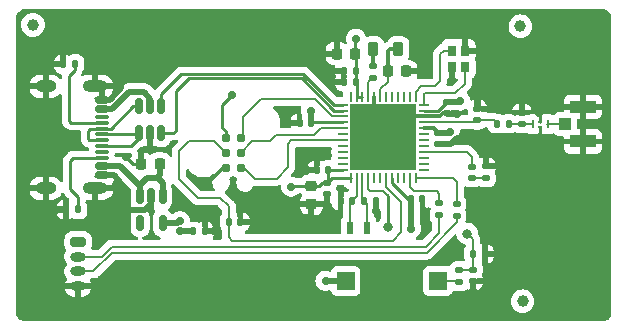
<source format=gbr>
%TF.GenerationSoftware,KiCad,Pcbnew,7.0.8*%
%TF.CreationDate,2024-01-29T14:11:28+05:30*%
%TF.ProjectId,stm32_ble,73746d33-325f-4626-9c65-2e6b69636164,Version : 1*%
%TF.SameCoordinates,PX6eac850PY632ea00*%
%TF.FileFunction,Copper,L1,Top*%
%TF.FilePolarity,Positive*%
%FSLAX46Y46*%
G04 Gerber Fmt 4.6, Leading zero omitted, Abs format (unit mm)*
G04 Created by KiCad (PCBNEW 7.0.8) date 2024-01-29 14:11:28*
%MOMM*%
%LPD*%
G01*
G04 APERTURE LIST*
G04 Aperture macros list*
%AMRoundRect*
0 Rectangle with rounded corners*
0 $1 Rounding radius*
0 $2 $3 $4 $5 $6 $7 $8 $9 X,Y pos of 4 corners*
0 Add a 4 corners polygon primitive as box body*
4,1,4,$2,$3,$4,$5,$6,$7,$8,$9,$2,$3,0*
0 Add four circle primitives for the rounded corners*
1,1,$1+$1,$2,$3*
1,1,$1+$1,$4,$5*
1,1,$1+$1,$6,$7*
1,1,$1+$1,$8,$9*
0 Add four rect primitives between the rounded corners*
20,1,$1+$1,$2,$3,$4,$5,0*
20,1,$1+$1,$4,$5,$6,$7,0*
20,1,$1+$1,$6,$7,$8,$9,0*
20,1,$1+$1,$8,$9,$2,$3,0*%
G04 Aperture macros list end*
%TA.AperFunction,SMDPad,CuDef*%
%ADD10R,0.275000X0.700000*%
%TD*%
%TA.AperFunction,SMDPad,CuDef*%
%ADD11R,0.450000X0.245000*%
%TD*%
%TA.AperFunction,SMDPad,CuDef*%
%ADD12R,1.500000X1.500000*%
%TD*%
%TA.AperFunction,SMDPad,CuDef*%
%ADD13RoundRect,0.147500X-0.147500X-0.172500X0.147500X-0.172500X0.147500X0.172500X-0.147500X0.172500X0*%
%TD*%
%TA.AperFunction,SMDPad,CuDef*%
%ADD14RoundRect,0.140000X-0.170000X0.140000X-0.170000X-0.140000X0.170000X-0.140000X0.170000X0.140000X0*%
%TD*%
%TA.AperFunction,SMDPad,CuDef*%
%ADD15RoundRect,0.225000X-0.250000X0.225000X-0.250000X-0.225000X0.250000X-0.225000X0.250000X0.225000X0*%
%TD*%
%TA.AperFunction,SMDPad,CuDef*%
%ADD16RoundRect,0.150000X-0.425000X0.150000X-0.425000X-0.150000X0.425000X-0.150000X0.425000X0.150000X0*%
%TD*%
%TA.AperFunction,SMDPad,CuDef*%
%ADD17RoundRect,0.075000X-0.500000X0.075000X-0.500000X-0.075000X0.500000X-0.075000X0.500000X0.075000X0*%
%TD*%
%TA.AperFunction,ComponentPad*%
%ADD18O,2.100000X1.000000*%
%TD*%
%TA.AperFunction,ComponentPad*%
%ADD19O,1.800000X1.000000*%
%TD*%
%TA.AperFunction,SMDPad,CuDef*%
%ADD20R,1.050000X1.000000*%
%TD*%
%TA.AperFunction,SMDPad,CuDef*%
%ADD21R,2.200000X1.050000*%
%TD*%
%TA.AperFunction,SMDPad,CuDef*%
%ADD22RoundRect,0.225000X-0.225000X-0.250000X0.225000X-0.250000X0.225000X0.250000X-0.225000X0.250000X0*%
%TD*%
%TA.AperFunction,SMDPad,CuDef*%
%ADD23RoundRect,0.135000X0.185000X-0.135000X0.185000X0.135000X-0.185000X0.135000X-0.185000X-0.135000X0*%
%TD*%
%TA.AperFunction,SMDPad,CuDef*%
%ADD24C,1.000000*%
%TD*%
%TA.AperFunction,SMDPad,CuDef*%
%ADD25RoundRect,0.218750X-0.218750X-0.381250X0.218750X-0.381250X0.218750X0.381250X-0.218750X0.381250X0*%
%TD*%
%TA.AperFunction,ConnectorPad*%
%ADD26C,0.787400*%
%TD*%
%TA.AperFunction,ComponentPad*%
%ADD27C,0.700000*%
%TD*%
%TA.AperFunction,ComponentPad*%
%ADD28C,4.400000*%
%TD*%
%TA.AperFunction,SMDPad,CuDef*%
%ADD29RoundRect,0.135000X-0.185000X0.135000X-0.185000X-0.135000X0.185000X-0.135000X0.185000X0.135000X0*%
%TD*%
%TA.AperFunction,SMDPad,CuDef*%
%ADD30RoundRect,0.147500X0.172500X-0.147500X0.172500X0.147500X-0.172500X0.147500X-0.172500X-0.147500X0*%
%TD*%
%TA.AperFunction,SMDPad,CuDef*%
%ADD31RoundRect,0.225000X0.225000X0.250000X-0.225000X0.250000X-0.225000X-0.250000X0.225000X-0.250000X0*%
%TD*%
%TA.AperFunction,SMDPad,CuDef*%
%ADD32RoundRect,0.140000X-0.140000X-0.170000X0.140000X-0.170000X0.140000X0.170000X-0.140000X0.170000X0*%
%TD*%
%TA.AperFunction,SMDPad,CuDef*%
%ADD33RoundRect,0.140000X0.170000X-0.140000X0.170000X0.140000X-0.170000X0.140000X-0.170000X-0.140000X0*%
%TD*%
%TA.AperFunction,SMDPad,CuDef*%
%ADD34RoundRect,0.150000X-0.150000X0.512500X-0.150000X-0.512500X0.150000X-0.512500X0.150000X0.512500X0*%
%TD*%
%TA.AperFunction,SMDPad,CuDef*%
%ADD35RoundRect,0.135000X0.135000X0.185000X-0.135000X0.185000X-0.135000X-0.185000X0.135000X-0.185000X0*%
%TD*%
%TA.AperFunction,SMDPad,CuDef*%
%ADD36RoundRect,0.140000X0.140000X0.170000X-0.140000X0.170000X-0.140000X-0.170000X0.140000X-0.170000X0*%
%TD*%
%TA.AperFunction,SMDPad,CuDef*%
%ADD37R,0.800000X0.900000*%
%TD*%
%TA.AperFunction,SMDPad,CuDef*%
%ADD38RoundRect,0.062500X0.062500X-0.375000X0.062500X0.375000X-0.062500X0.375000X-0.062500X-0.375000X0*%
%TD*%
%TA.AperFunction,SMDPad,CuDef*%
%ADD39RoundRect,0.062500X0.375000X-0.062500X0.375000X0.062500X-0.375000X0.062500X-0.375000X-0.062500X0*%
%TD*%
%TA.AperFunction,SMDPad,CuDef*%
%ADD40R,5.600000X5.600000*%
%TD*%
%TA.AperFunction,SMDPad,CuDef*%
%ADD41RoundRect,0.150000X0.150000X-0.512500X0.150000X0.512500X-0.150000X0.512500X-0.150000X-0.512500X0*%
%TD*%
%TA.AperFunction,SMDPad,CuDef*%
%ADD42R,0.600000X1.100000*%
%TD*%
%TA.AperFunction,ComponentPad*%
%ADD43RoundRect,0.200000X-0.450000X0.200000X-0.450000X-0.200000X0.450000X-0.200000X0.450000X0.200000X0*%
%TD*%
%TA.AperFunction,ComponentPad*%
%ADD44O,1.300000X0.800000*%
%TD*%
%TA.AperFunction,SMDPad,CuDef*%
%ADD45RoundRect,0.135000X-0.135000X-0.185000X0.135000X-0.185000X0.135000X0.185000X-0.135000X0.185000X0*%
%TD*%
%TA.AperFunction,ViaPad*%
%ADD46C,0.700000*%
%TD*%
%TA.AperFunction,ViaPad*%
%ADD47C,0.800000*%
%TD*%
%TA.AperFunction,Conductor*%
%ADD48C,0.500000*%
%TD*%
%TA.AperFunction,Conductor*%
%ADD49C,0.250000*%
%TD*%
%TA.AperFunction,Conductor*%
%ADD50C,0.220000*%
%TD*%
%TA.AperFunction,Conductor*%
%ADD51C,0.300000*%
%TD*%
%TA.AperFunction,Conductor*%
%ADD52C,0.190000*%
%TD*%
G04 APERTURE END LIST*
D10*
%TO.P,FL1,1,IN*%
%TO.N,/RF_MATCH*%
X43900000Y17290000D03*
D11*
%TO.P,FL1,2,GND_1*%
%TO.N,GND*%
X44512000Y17063000D03*
D10*
%TO.P,FL1,3,OUT*%
%TO.N,/RF_ANT*%
X45125000Y17290000D03*
D11*
%TO.P,FL1,4,GND_2*%
%TO.N,GND*%
X44512000Y17517000D03*
%TD*%
D12*
%TO.P,SW1,1,1*%
%TO.N,/BOOT0_SW*%
X35825000Y4030000D03*
%TO.P,SW1,2,2*%
%TO.N,+3.3V*%
X28025000Y4030000D03*
%TD*%
D13*
%TO.P,L3,1,1*%
%TO.N,/RF*%
X40850000Y17330000D03*
%TO.P,L3,2,2*%
%TO.N,/RF_MATCH*%
X41820000Y17330000D03*
%TD*%
D14*
%TO.P,C1,1*%
%TO.N,+3.3V*%
X26470000Y12340000D03*
%TO.P,C1,2*%
%TO.N,GND*%
X26470000Y11380000D03*
%TD*%
D15*
%TO.P,C7,1*%
%TO.N,+3.3V*%
X25120000Y12080000D03*
%TO.P,C7,2*%
%TO.N,GND*%
X25120000Y10530000D03*
%TD*%
D16*
%TO.P,J3,A1,GND*%
%TO.N,GND*%
X7390000Y19380000D03*
%TO.P,J3,A4,VBUS*%
%TO.N,+5V*%
X7390000Y18580000D03*
D17*
%TO.P,J3,A5,CC1*%
%TO.N,/CC1*%
X7390000Y17430000D03*
%TO.P,J3,A6,D+*%
%TO.N,/USBC_D+*%
X7390000Y16430000D03*
%TO.P,J3,A7,D-*%
%TO.N,/USBC_D-*%
X7390000Y15930000D03*
%TO.P,J3,A8,SBU1*%
%TO.N,unconnected-(J3-SBU1-PadA8)*%
X7390000Y14930000D03*
D16*
%TO.P,J3,A9,VBUS*%
%TO.N,+5V*%
X7390000Y13780000D03*
%TO.P,J3,A12,GND*%
%TO.N,GND*%
X7390000Y12980000D03*
%TO.P,J3,B1,GND*%
X7390000Y12980000D03*
%TO.P,J3,B4,VBUS*%
%TO.N,+5V*%
X7390000Y13780000D03*
D17*
%TO.P,J3,B5,CC2*%
%TO.N,/CC2*%
X7390000Y14430000D03*
%TO.P,J3,B6,D+*%
%TO.N,/USBC_D+*%
X7390000Y15430000D03*
%TO.P,J3,B7,D-*%
%TO.N,/USBC_D-*%
X7390000Y16930000D03*
%TO.P,J3,B8,SBU2*%
%TO.N,unconnected-(J3-SBU2-PadB8)*%
X7390000Y17930000D03*
D16*
%TO.P,J3,B9,VBUS*%
%TO.N,+5V*%
X7390000Y18580000D03*
%TO.P,J3,B12,GND*%
%TO.N,GND*%
X7390000Y19380000D03*
D18*
%TO.P,J3,S1,SHIELD*%
X6815000Y20500000D03*
D19*
X2635000Y20500000D03*
D18*
X6815000Y11860000D03*
D19*
X2635000Y11860000D03*
%TD*%
D20*
%TO.P,J1,1,In*%
%TO.N,/RF_ANT*%
X46595000Y17305000D03*
D21*
%TO.P,J1,2,Ext*%
%TO.N,GND*%
X48120000Y18780000D03*
X48120000Y15830000D03*
%TD*%
D22*
%TO.P,C11,1*%
%TO.N,/SMPSFB*%
X31595000Y21765000D03*
%TO.P,C11,2*%
%TO.N,GND*%
X33145000Y21765000D03*
%TD*%
D23*
%TO.P,R6,1*%
%TO.N,/UART_TX*%
X35970000Y9600000D03*
%TO.P,R6,2*%
%TO.N,/UART_TXR*%
X35970000Y10620000D03*
%TD*%
D24*
%TO.P,FID3,*%
%TO.N,*%
X43000000Y2300000D03*
%TD*%
D14*
%TO.P,C2,1*%
%TO.N,+3.3V*%
X35870000Y16560000D03*
%TO.P,C2,2*%
%TO.N,GND*%
X35870000Y15600000D03*
%TD*%
D25*
%TO.P,L2,1,1*%
%TO.N,/SMPSLXL*%
X30357500Y23665000D03*
%TO.P,L2,2,2*%
%TO.N,/SMPSFB*%
X32482500Y23665000D03*
%TD*%
D26*
%TO.P,J2,1,VCC*%
%TO.N,+3.3V*%
X17869000Y16140000D03*
%TO.P,J2,2,SWDIO*%
%TO.N,/SWDIO*%
X19139000Y16140000D03*
%TO.P,J2,3,~{RESET}*%
%TO.N,/SWD_NRST*%
X17869000Y14870000D03*
%TO.P,J2,4,SWCLK*%
%TO.N,/SWD_CLK*%
X19139000Y14870000D03*
%TO.P,J2,5,GND*%
%TO.N,GND*%
X17869000Y13600000D03*
%TO.P,J2,6,SWO*%
%TO.N,/SWD_TRC*%
X19139000Y13600000D03*
%TD*%
D27*
%TO.P,H1,1,1*%
%TO.N,GND*%
X9260000Y24500000D03*
X9743274Y25666726D03*
X9743274Y23333274D03*
X10910000Y26150000D03*
D28*
X10910000Y24500000D03*
D27*
X10910000Y22850000D03*
X12076726Y25666726D03*
X12076726Y23333274D03*
X12560000Y24500000D03*
%TD*%
D24*
%TO.P,FID1,*%
%TO.N,*%
X1550000Y25700000D03*
%TD*%
D29*
%TO.P,R8,1*%
%TO.N,GND*%
X39910000Y13730000D03*
%TO.P,R8,2*%
%TO.N,/LED_R*%
X39910000Y12710000D03*
%TD*%
D30*
%TO.P,D1,1,K*%
%TO.N,/LED_R*%
X38710000Y12740000D03*
%TO.P,D1,2,A*%
%TO.N,/LED*%
X38710000Y13710000D03*
%TD*%
D31*
%TO.P,C18,1*%
%TO.N,+5V*%
X12270000Y13930000D03*
%TO.P,C18,2*%
%TO.N,GND*%
X10720000Y13930000D03*
%TD*%
D23*
%TO.P,R7,1*%
%TO.N,/UART_RX*%
X37420000Y9530000D03*
%TO.P,R7,2*%
%TO.N,/UART_RX_R*%
X37420000Y10550000D03*
%TD*%
D32*
%TO.P,C16,1*%
%TO.N,/SWD_NRST*%
X18155000Y9010000D03*
%TO.P,C16,2*%
%TO.N,GND*%
X19115000Y9010000D03*
%TD*%
%TO.P,C19,1*%
%TO.N,+3.3V*%
X15140000Y8210000D03*
%TO.P,C19,2*%
%TO.N,GND*%
X16100000Y8210000D03*
%TD*%
D33*
%TO.P,C15,1*%
%TO.N,/RF_MATCH*%
X42920000Y17320000D03*
%TO.P,C15,2*%
%TO.N,GND*%
X42920000Y18280000D03*
%TD*%
D34*
%TO.P,U3,1,VIN*%
%TO.N,+5V*%
X12520000Y11205000D03*
%TO.P,U3,2,GND*%
%TO.N,GND*%
X11570000Y11205000D03*
%TO.P,U3,3,EN*%
%TO.N,+5V*%
X10620000Y11205000D03*
%TO.P,U3,4,NC*%
%TO.N,unconnected-(U3-NC-Pad4)*%
X10620000Y8930000D03*
%TO.P,U3,5,VOUT*%
%TO.N,+3.3V*%
X12520000Y8930000D03*
%TD*%
D35*
%TO.P,R3,1*%
%TO.N,/CC1*%
X5120000Y22380000D03*
%TO.P,R3,2*%
%TO.N,GND*%
X4100000Y22380000D03*
%TD*%
D36*
%TO.P,C4,1*%
%TO.N,+3.3V*%
X26570000Y13430000D03*
%TO.P,C4,2*%
%TO.N,GND*%
X25610000Y13430000D03*
%TD*%
D37*
%TO.P,X2,1,1*%
%TO.N,/HSE_IN*%
X37020000Y23530000D03*
%TO.P,X2,2,2*%
%TO.N,GND*%
X37020000Y22130000D03*
%TO.P,X2,3,3*%
%TO.N,/HSE_OUT*%
X38120000Y22130000D03*
%TO.P,X2,4,4*%
%TO.N,GND*%
X38120000Y23530000D03*
%TD*%
D27*
%TO.P,H2,1,1*%
%TO.N,GND*%
X9550000Y3370000D03*
X10033274Y4536726D03*
X10033274Y2203274D03*
X11200000Y5020000D03*
D28*
X11200000Y3370000D03*
D27*
X11200000Y1720000D03*
X12366726Y4536726D03*
X12366726Y2203274D03*
X12850000Y3370000D03*
%TD*%
D30*
%TO.P,L1,1,1*%
%TO.N,/SMPSLX*%
X30320000Y21230000D03*
%TO.P,L1,2,2*%
%TO.N,/SMPSLXL*%
X30320000Y22200000D03*
%TD*%
D14*
%TO.P,C17,1*%
%TO.N,/BOOT0*%
X38820000Y4985000D03*
%TO.P,C17,2*%
%TO.N,GND*%
X38820000Y4025000D03*
%TD*%
D36*
%TO.P,C8,1*%
%TO.N,+3.3V*%
X28870000Y21830000D03*
%TO.P,C8,2*%
%TO.N,GND*%
X27910000Y21830000D03*
%TD*%
D27*
%TO.P,H4,1,1*%
%TO.N,GND*%
X45743274Y3476726D03*
X46226548Y4643452D03*
X46226548Y2310000D03*
X47393274Y5126726D03*
D28*
X47393274Y3476726D03*
D27*
X47393274Y1826726D03*
X48560000Y4643452D03*
X48560000Y2310000D03*
X49043274Y3476726D03*
%TD*%
D31*
%TO.P,C10,1*%
%TO.N,+3.3V*%
X28820000Y23280000D03*
%TO.P,C10,2*%
%TO.N,GND*%
X27270000Y23280000D03*
%TD*%
D35*
%TO.P,R4,1*%
%TO.N,/CC2*%
X5370000Y10080000D03*
%TO.P,R4,2*%
%TO.N,GND*%
X4350000Y10080000D03*
%TD*%
D33*
%TO.P,C14,1*%
%TO.N,/RF*%
X39170000Y17625000D03*
%TO.P,C14,2*%
%TO.N,GND*%
X39170000Y18585000D03*
%TD*%
D38*
%TO.P,U1,1,VBAT*%
%TO.N,+3.3V*%
X28450000Y12762500D03*
%TO.P,U1,2,PC14*%
%TO.N,/LSE_IN*%
X28950000Y12762500D03*
%TO.P,U1,3,PC15*%
%TO.N,/LSE_OUT*%
X29450000Y12762500D03*
%TO.P,U1,4,PH3*%
%TO.N,/BOOT0*%
X29950000Y12762500D03*
%TO.P,U1,5,PB8*%
%TO.N,unconnected-(U1-PB8-Pad5)*%
X30450000Y12762500D03*
%TO.P,U1,6,PB9*%
%TO.N,unconnected-(U1-PB9-Pad6)*%
X30950000Y12762500D03*
%TO.P,U1,7,NRST*%
%TO.N,/SWD_NRST*%
X31450000Y12762500D03*
%TO.P,U1,8,VDDA*%
%TO.N,+3.3V*%
X31950000Y12762500D03*
%TO.P,U1,9,PA0*%
%TO.N,unconnected-(U1-PA0-Pad9)*%
X32450000Y12762500D03*
%TO.P,U1,10,PA1*%
%TO.N,unconnected-(U1-PA1-Pad10)*%
X32950000Y12762500D03*
%TO.P,U1,11,PA2*%
%TO.N,/UART_TXR*%
X33450000Y12762500D03*
%TO.P,U1,12,PA3*%
%TO.N,/UART_RX_R*%
X33950000Y12762500D03*
D39*
%TO.P,U1,13,PA4*%
%TO.N,unconnected-(U1-PA4-Pad13)*%
X34637500Y13450000D03*
%TO.P,U1,14,PA5*%
%TO.N,unconnected-(U1-PA5-Pad14)*%
X34637500Y13950000D03*
%TO.P,U1,15,PA6*%
%TO.N,unconnected-(U1-PA6-Pad15)*%
X34637500Y14450000D03*
%TO.P,U1,16,PA7*%
%TO.N,/LED*%
X34637500Y14950000D03*
%TO.P,U1,17,PA8*%
%TO.N,unconnected-(U1-PA8-Pad17)*%
X34637500Y15450000D03*
%TO.P,U1,18,PA9*%
%TO.N,unconnected-(U1-PA9-Pad18)*%
X34637500Y15950000D03*
%TO.P,U1,19,PB2*%
%TO.N,unconnected-(U1-PB2-Pad19)*%
X34637500Y16450000D03*
%TO.P,U1,20,VDD*%
%TO.N,+3.3V*%
X34637500Y16950000D03*
%TO.P,U1,21,RF1*%
%TO.N,/RF*%
X34637500Y17450000D03*
%TO.P,U1,22,VSSRF*%
%TO.N,GND*%
X34637500Y17950000D03*
%TO.P,U1,23,VDDRF*%
%TO.N,+3.3V*%
X34637500Y18450000D03*
%TO.P,U1,24,OSC_OUT*%
%TO.N,/HSE_OUT*%
X34637500Y18950000D03*
D38*
%TO.P,U1,25,OSC_IN*%
%TO.N,/HSE_IN*%
X33950000Y19637500D03*
%TO.P,U1,26,AT0*%
%TO.N,unconnected-(U1-AT0-Pad26)*%
X33450000Y19637500D03*
%TO.P,U1,27,AT1*%
%TO.N,unconnected-(U1-AT1-Pad27)*%
X32950000Y19637500D03*
%TO.P,U1,28,PB0*%
%TO.N,unconnected-(U1-PB0-Pad28)*%
X32450000Y19637500D03*
%TO.P,U1,29,PB1*%
%TO.N,unconnected-(U1-PB1-Pad29)*%
X31950000Y19637500D03*
%TO.P,U1,30,PE4*%
%TO.N,unconnected-(U1-PE4-Pad30)*%
X31450000Y19637500D03*
%TO.P,U1,31,VFBSMPS*%
%TO.N,/SMPSFB*%
X30950000Y19637500D03*
%TO.P,U1,32,VSSSMPS*%
%TO.N,GND*%
X30450000Y19637500D03*
%TO.P,U1,33,VLXSMPS*%
%TO.N,/SMPSLX*%
X29950000Y19637500D03*
%TO.P,U1,34,VDDSMPS*%
%TO.N,+3.3V*%
X29450000Y19637500D03*
%TO.P,U1,35,VDD*%
X28950000Y19637500D03*
%TO.P,U1,36,PA10*%
%TO.N,unconnected-(U1-PA10-Pad36)*%
X28450000Y19637500D03*
D39*
%TO.P,U1,37,PA11*%
%TO.N,/USB_D-*%
X27762500Y18950000D03*
%TO.P,U1,38,PA12*%
%TO.N,/USB_D+*%
X27762500Y18450000D03*
%TO.P,U1,39,PA13*%
%TO.N,/SWDIO*%
X27762500Y17950000D03*
%TO.P,U1,40,VDDUSB*%
%TO.N,+3.3V*%
X27762500Y17450000D03*
%TO.P,U1,41,PA14*%
%TO.N,/SWD_CLK*%
X27762500Y16950000D03*
%TO.P,U1,42,PA15*%
%TO.N,unconnected-(U1-PA15-Pad42)*%
X27762500Y16450000D03*
%TO.P,U1,43,PB3*%
%TO.N,/SWD_TRC*%
X27762500Y15950000D03*
%TO.P,U1,44,PB4*%
%TO.N,unconnected-(U1-PB4-Pad44)*%
X27762500Y15450000D03*
%TO.P,U1,45,PB5*%
%TO.N,unconnected-(U1-PB5-Pad45)*%
X27762500Y14950000D03*
%TO.P,U1,46,PB6*%
%TO.N,unconnected-(U1-PB6-Pad46)*%
X27762500Y14450000D03*
%TO.P,U1,47,PB7*%
%TO.N,unconnected-(U1-PB7-Pad47)*%
X27762500Y13950000D03*
%TO.P,U1,48,VDD*%
%TO.N,+3.3V*%
X27762500Y13450000D03*
D40*
%TO.P,U1,49,VSS*%
%TO.N,GND*%
X31200000Y16200000D03*
%TD*%
D36*
%TO.P,C6,1*%
%TO.N,+3.3V*%
X25120000Y17430000D03*
%TO.P,C6,2*%
%TO.N,GND*%
X24160000Y17430000D03*
%TD*%
D32*
%TO.P,C5,1*%
%TO.N,+3.3V*%
X33560000Y10930000D03*
%TO.P,C5,2*%
%TO.N,GND*%
X34520000Y10930000D03*
%TD*%
D41*
%TO.P,U2,1,I/O1*%
%TO.N,/USBC_D+*%
X10520000Y16530000D03*
%TO.P,U2,2,GND*%
%TO.N,GND*%
X11470000Y16530000D03*
%TO.P,U2,3,I/O2*%
%TO.N,/USB_D+*%
X12420000Y16530000D03*
%TO.P,U2,4,I/O2*%
%TO.N,/USB_D-*%
X12420000Y18805000D03*
%TO.P,U2,5,VBUS*%
%TO.N,+5V*%
X11470000Y18805000D03*
%TO.P,U2,6,I/O1*%
%TO.N,/USBC_D-*%
X10520000Y18805000D03*
%TD*%
D36*
%TO.P,C3,1*%
%TO.N,+3.3V*%
X28870000Y20880000D03*
%TO.P,C3,2*%
%TO.N,GND*%
X27910000Y20880000D03*
%TD*%
D27*
%TO.P,H3,1,1*%
%TO.N,GND*%
X45980000Y24330000D03*
X46463274Y25496726D03*
X46463274Y23163274D03*
X47630000Y25980000D03*
D28*
X47630000Y24330000D03*
D27*
X47630000Y22680000D03*
X48796726Y25496726D03*
X48796726Y23163274D03*
X49280000Y24330000D03*
%TD*%
D24*
%TO.P,FID2,*%
%TO.N,*%
X42820000Y25580000D03*
%TD*%
D29*
%TO.P,R5,1*%
%TO.N,/BOOT0*%
X37620000Y4930000D03*
%TO.P,R5,2*%
%TO.N,/BOOT0_SW*%
X37620000Y3910000D03*
%TD*%
D42*
%TO.P,X1,1,1*%
%TO.N,/LSE_OUT*%
X29820000Y8530000D03*
%TO.P,X1,2,2*%
%TO.N,/LSE_IN*%
X28420000Y8530000D03*
%TD*%
D32*
%TO.P,C12,1*%
%TO.N,/LSE_OUT*%
X29620000Y10830000D03*
%TO.P,C12,2*%
%TO.N,GND*%
X30580000Y10830000D03*
%TD*%
D14*
%TO.P,C9,1*%
%TO.N,+3.3V*%
X36615000Y19210000D03*
%TO.P,C9,2*%
%TO.N,GND*%
X36615000Y18250000D03*
%TD*%
D43*
%TO.P,J4,1,Pin_1*%
%TO.N,+3.3V*%
X5370000Y7330000D03*
D44*
%TO.P,J4,2,Pin_2*%
%TO.N,/UART_TX*%
X5370000Y6080000D03*
%TO.P,J4,3,Pin_3*%
%TO.N,/UART_RX*%
X5370000Y4830000D03*
%TO.P,J4,4,Pin_4*%
%TO.N,GND*%
X5370000Y3580000D03*
%TD*%
D36*
%TO.P,C13,1*%
%TO.N,/LSE_IN*%
X28580000Y10830000D03*
%TO.P,C13,2*%
%TO.N,GND*%
X27620000Y10830000D03*
%TD*%
D45*
%TO.P,R2,1*%
%TO.N,/BOOT0*%
X38800000Y6330000D03*
%TO.P,R2,2*%
%TO.N,GND*%
X39820000Y6330000D03*
%TD*%
D46*
%TO.N,+3.3V*%
X28920000Y24530000D03*
X18420000Y19730000D03*
X25110000Y18430000D03*
X33540000Y8460000D03*
X23420000Y12000000D03*
X37715000Y19300000D03*
X26320000Y4030000D03*
X13990000Y9080000D03*
X14040000Y8210000D03*
X36820000Y16630000D03*
%TO.N,GND*%
X32020000Y17530000D03*
X23265000Y17430000D03*
X26975000Y21830000D03*
X26975000Y20830000D03*
X16020000Y12330000D03*
X31820000Y15430000D03*
X38120000Y24675000D03*
X24720000Y13430000D03*
X28820000Y16430000D03*
X30620000Y9930000D03*
X24670000Y9330000D03*
X48123701Y14299029D03*
X26075000Y23230000D03*
X20060000Y9010000D03*
X28820000Y14430000D03*
X37460000Y18200000D03*
X44520000Y16230000D03*
X42920000Y19275000D03*
X48120000Y20230000D03*
X44420000Y18230000D03*
X9450000Y14500000D03*
X40720000Y6330000D03*
X25670000Y9290000D03*
X34265000Y21765000D03*
X9030000Y9960000D03*
X8920000Y11530000D03*
X30620000Y16530000D03*
X33320000Y18530000D03*
X39860000Y14705000D03*
X39220000Y19475000D03*
X11520000Y15130000D03*
X26820000Y9630000D03*
X33120000Y14530000D03*
X3475000Y10030000D03*
X33220000Y16530000D03*
X29620000Y15430000D03*
X38250000Y16150000D03*
X38820000Y3130000D03*
D47*
X16985000Y8210000D03*
D46*
X3175000Y22430000D03*
X28820000Y18530000D03*
X31120000Y18530000D03*
X34620000Y9930000D03*
X9020000Y20875000D03*
X30620000Y14530000D03*
X37020000Y20985000D03*
X29720000Y17530000D03*
D47*
%TO.N,/BOOT0*%
X31630000Y8630000D03*
X38320000Y8030000D03*
%TD*%
D48*
%TO.N,GND*%
X36951371Y15630000D02*
X37471371Y16150000D01*
X37471371Y16150000D02*
X38300000Y16150000D01*
X35875000Y15630000D02*
X36951371Y15630000D01*
D49*
X10020000Y13930000D02*
X9450000Y14500000D01*
X10720000Y13930000D02*
X10020000Y13930000D01*
%TO.N,/BOOT0*%
X31630000Y8630000D02*
X31630000Y11177574D01*
X31630000Y11177574D02*
X31498787Y11308787D01*
D48*
%TO.N,+3.3V*%
X26320000Y4030000D02*
X28025000Y4030000D01*
D50*
X17580000Y18890000D02*
X18420000Y19730000D01*
X28870000Y20880000D02*
X28870000Y21830000D01*
D51*
X35480000Y16950000D02*
X35870000Y16560000D01*
D50*
X28950000Y20800000D02*
X28870000Y20880000D01*
D49*
X31950000Y12762500D02*
X31950000Y12276992D01*
X26570000Y12440000D02*
X26470000Y12340000D01*
X23500000Y12080000D02*
X23420000Y12000000D01*
D48*
X33560000Y10930000D02*
X33560000Y8480000D01*
X36615000Y19210000D02*
X37625000Y19210000D01*
D50*
X27762500Y17450000D02*
X25140000Y17450000D01*
D48*
X25120000Y18420000D02*
X25110000Y18430000D01*
X35870000Y16560000D02*
X36750000Y16560000D01*
X33560000Y8480000D02*
X33540000Y8460000D01*
D50*
X17580000Y16990000D02*
X17580000Y18890000D01*
D49*
X27762500Y13450000D02*
X26590000Y13450000D01*
D50*
X28870000Y21830000D02*
X28870000Y23230000D01*
D49*
X25120000Y12080000D02*
X25730000Y12080000D01*
X25990000Y12340000D02*
X26470000Y12340000D01*
D50*
X25140000Y17450000D02*
X25120000Y17430000D01*
X17869000Y16140000D02*
X17869000Y16701000D01*
D49*
X25120000Y12080000D02*
X23500000Y12080000D01*
D50*
X34637500Y18450000D02*
X35855000Y18450000D01*
X35855000Y18450000D02*
X36615000Y19210000D01*
X28950000Y19637500D02*
X28950000Y20800000D01*
X29450000Y19637500D02*
X28950000Y19637500D01*
D48*
X15140000Y8210000D02*
X14040000Y8210000D01*
D50*
X17869000Y16701000D02*
X17580000Y16990000D01*
D49*
X25730000Y12080000D02*
X25990000Y12340000D01*
D51*
X36572034Y19210000D02*
X36615000Y19210000D01*
D49*
X26892500Y12762500D02*
X26470000Y12340000D01*
D48*
X36750000Y16560000D02*
X36820000Y16630000D01*
D51*
X34637500Y16950000D02*
X35480000Y16950000D01*
D48*
X25120000Y17430000D02*
X25120000Y18420000D01*
D50*
X28820000Y24430000D02*
X28920000Y24530000D01*
D49*
X26570000Y13430000D02*
X26570000Y12440000D01*
X31950000Y12276992D02*
X33296992Y10930000D01*
D50*
X28820000Y23280000D02*
X28820000Y24430000D01*
D48*
X37625000Y19210000D02*
X37715000Y19300000D01*
D49*
X33296992Y10930000D02*
X33560000Y10930000D01*
D48*
X13840000Y8930000D02*
X13990000Y9080000D01*
D49*
X26590000Y13450000D02*
X26570000Y13430000D01*
X28450000Y12762500D02*
X26892500Y12762500D01*
D48*
X12520000Y8930000D02*
X13840000Y8930000D01*
D50*
X28870000Y23230000D02*
X28820000Y23280000D01*
D48*
%TO.N,GND*%
X4065000Y22430000D02*
X3175000Y22430000D01*
D51*
X19115000Y9010000D02*
X20060000Y9010000D01*
D48*
X30870000Y16530000D02*
X31200000Y16200000D01*
D50*
X16020000Y12330000D02*
X16261567Y12330000D01*
D48*
X39910000Y13730000D02*
X39910000Y14655000D01*
X30580000Y9970000D02*
X30620000Y9930000D01*
X31120000Y18530000D02*
X31120000Y16280000D01*
X32020000Y17530000D02*
X32020000Y17020000D01*
D51*
X28870000Y18530000D02*
X31200000Y16200000D01*
D48*
X32020000Y17020000D02*
X31200000Y16200000D01*
X36570000Y18200000D02*
X37460000Y18200000D01*
D51*
X34520000Y10030000D02*
X34620000Y9930000D01*
D50*
X44482500Y17052500D02*
X44482500Y16267500D01*
D48*
X38820000Y4020000D02*
X38820000Y3130000D01*
X4365000Y10030000D02*
X3475000Y10030000D01*
X48120000Y15830000D02*
X48120000Y14302730D01*
X39220000Y18585000D02*
X39220000Y19475000D01*
D51*
X34520000Y10930000D02*
X34520000Y10030000D01*
D48*
X33120000Y14530000D02*
X32870000Y14530000D01*
X37020000Y21875000D02*
X37020000Y20985000D01*
D50*
X44482500Y18167500D02*
X44420000Y18230000D01*
D48*
X11077500Y10050000D02*
X9120000Y10050000D01*
X28820000Y16430000D02*
X30970000Y16430000D01*
X8920000Y12430000D02*
X8370000Y12980000D01*
X33220000Y16530000D02*
X31530000Y16530000D01*
X30580000Y10830000D02*
X30580000Y9970000D01*
D51*
X30450000Y16950000D02*
X31200000Y16200000D01*
D48*
X9120000Y10050000D02*
X9030000Y9960000D01*
X31120000Y16280000D02*
X31200000Y16200000D01*
X11570000Y11205000D02*
X11570000Y10542500D01*
X27865000Y20830000D02*
X26975000Y20830000D01*
X30430000Y15430000D02*
X31200000Y16200000D01*
X29720000Y17530000D02*
X29870000Y17530000D01*
X30620000Y16530000D02*
X30870000Y16530000D01*
X48120000Y18780000D02*
X48120000Y20230000D01*
X30970000Y16430000D02*
X31200000Y16200000D01*
D51*
X34637500Y17950000D02*
X36005538Y17950000D01*
D48*
X39910000Y14655000D02*
X39860000Y14705000D01*
D51*
X34637500Y17950000D02*
X32950000Y17950000D01*
D48*
X48120000Y14302730D02*
X48123701Y14299029D01*
X29620000Y15430000D02*
X30430000Y15430000D01*
X32870000Y14530000D02*
X31200000Y16200000D01*
X31530000Y16530000D02*
X31200000Y16200000D01*
D50*
X16261567Y12330000D02*
X17531567Y13600000D01*
X17531567Y13600000D02*
X17869000Y13600000D01*
D48*
X27220000Y23230000D02*
X27270000Y23280000D01*
D51*
X28820000Y18530000D02*
X28870000Y18530000D01*
D48*
X11470000Y16050000D02*
X11470000Y15160000D01*
X30620000Y15620000D02*
X31200000Y16200000D01*
X7390000Y19380000D02*
X8070000Y19380000D01*
X28820000Y14430000D02*
X29430000Y14430000D01*
D50*
X44482500Y16267500D02*
X44520000Y16230000D01*
D51*
X32950000Y17950000D02*
X31200000Y16200000D01*
D48*
X29870000Y17530000D02*
X31200000Y16200000D01*
X31820000Y15430000D02*
X31820000Y15580000D01*
X31820000Y15580000D02*
X31200000Y16200000D01*
X38120000Y23785000D02*
X38120000Y24675000D01*
X24155000Y17430000D02*
X23265000Y17430000D01*
X39820000Y6330000D02*
X40720000Y6330000D01*
D51*
X30450000Y19637500D02*
X30450000Y16950000D01*
D48*
X27865000Y21830000D02*
X26975000Y21830000D01*
X16095000Y8210000D02*
X16985000Y8210000D01*
X8370000Y12980000D02*
X7390000Y12980000D01*
D51*
X36005538Y17950000D02*
X36305538Y18250000D01*
D48*
X8920000Y11530000D02*
X8920000Y12430000D01*
D50*
X44482500Y17507500D02*
X44482500Y18167500D01*
D48*
X25610000Y13430000D02*
X24720000Y13430000D01*
X33320000Y18320000D02*
X31200000Y16200000D01*
X26075000Y23230000D02*
X27220000Y23230000D01*
X33375000Y21765000D02*
X34265000Y21765000D01*
X29430000Y14430000D02*
X31200000Y16200000D01*
X9020000Y20330000D02*
X9020000Y20875000D01*
X30620000Y14530000D02*
X30620000Y15620000D01*
D51*
X36305538Y18250000D02*
X36615000Y18250000D01*
D48*
X42920000Y18385000D02*
X42920000Y19275000D01*
X11570000Y10542500D02*
X11077500Y10050000D01*
X8070000Y19380000D02*
X9020000Y20330000D01*
X33320000Y18530000D02*
X33320000Y18320000D01*
D52*
%TO.N,/SMPSFB*%
X31595000Y20895000D02*
X31595000Y21765000D01*
X30950000Y19637500D02*
X30950000Y20250000D01*
D51*
X31770000Y23665000D02*
X32482500Y23665000D01*
D52*
X30950000Y20250000D02*
X31595000Y20895000D01*
D51*
X31595000Y23490000D02*
X31595000Y21765000D01*
X31595000Y23490000D02*
X31770000Y23665000D01*
D52*
%TO.N,/LSE_OUT*%
X29820000Y10630000D02*
X29820000Y8530000D01*
X29450000Y11000000D02*
X29620000Y10830000D01*
X29620000Y10830000D02*
X29820000Y10630000D01*
X29450000Y12762500D02*
X29450000Y11000000D01*
%TO.N,/RF*%
X38995000Y17450000D02*
X39170000Y17625000D01*
X39170000Y17625000D02*
X40555000Y17625000D01*
X34637500Y17450000D02*
X38995000Y17450000D01*
X40555000Y17625000D02*
X40850000Y17330000D01*
%TO.N,/RF_MATCH*%
X43830000Y17320000D02*
X43870000Y17280000D01*
X41820000Y17330000D02*
X42910000Y17330000D01*
X42910000Y17330000D02*
X42920000Y17320000D01*
X42920000Y17320000D02*
X43830000Y17320000D01*
%TO.N,/BOOT0*%
X38320000Y8030000D02*
X38800000Y7550000D01*
X38800000Y6330000D02*
X38800000Y5005000D01*
X30120000Y11630000D02*
X31220000Y11630000D01*
X37620000Y4930000D02*
X38765000Y4930000D01*
X38765000Y4930000D02*
X38820000Y4985000D01*
X38800000Y5005000D02*
X38820000Y4985000D01*
X29950000Y12762500D02*
X29950000Y11800000D01*
X29950000Y11800000D02*
X30120000Y11630000D01*
X38800000Y7550000D02*
X38800000Y6330000D01*
X31220000Y11630000D02*
X31520000Y11330000D01*
D48*
%TO.N,+5V*%
X11210000Y12730000D02*
X12120000Y12730000D01*
X10620000Y11205000D02*
X10620000Y12140000D01*
X8259950Y18580000D02*
X9689950Y20010000D01*
X12120000Y12810000D02*
X12120000Y12730000D01*
X12270000Y13930000D02*
X12270000Y12960000D01*
X7390000Y13780000D02*
X8940000Y13780000D01*
X9689950Y20010000D02*
X10927500Y20010000D01*
X12270000Y12960000D02*
X12120000Y12810000D01*
X8940000Y13780000D02*
X10620000Y12100000D01*
X10927500Y20010000D02*
X11470000Y19467500D01*
X7390000Y18580000D02*
X8259950Y18580000D01*
X12520000Y12330000D02*
X12520000Y11205000D01*
X11470000Y19467500D02*
X11470000Y18805000D01*
X10620000Y12140000D02*
X11210000Y12730000D01*
X12120000Y12730000D02*
X12520000Y12330000D01*
D52*
%TO.N,/RF_ANT*%
X45095000Y17280000D02*
X46570000Y17280000D01*
X46570000Y17280000D02*
X46595000Y17305000D01*
%TO.N,/SWDIO*%
X20862646Y19410000D02*
X19354300Y17901654D01*
X27762500Y17950000D02*
X26880000Y17950000D01*
X19354300Y16355300D02*
X19139000Y16140000D01*
X19354300Y17901654D02*
X19354300Y16355300D01*
X25420000Y19410000D02*
X20862646Y19410000D01*
X26880000Y17950000D02*
X25420000Y19410000D01*
%TO.N,/SWD_CLK*%
X25355184Y16340000D02*
X22155354Y16340000D01*
X27762500Y16950000D02*
X25965184Y16950000D01*
X25965184Y16950000D02*
X25355184Y16340000D01*
X21645354Y15830000D02*
X20099000Y15830000D01*
X20099000Y15830000D02*
X19139000Y14870000D01*
X22155354Y16340000D02*
X21645354Y15830000D01*
%TO.N,/SWD_TRC*%
X23120000Y15630000D02*
X23120000Y13630000D01*
X23120000Y13630000D02*
X22182550Y12692550D01*
X23440000Y15950000D02*
X23120000Y15630000D01*
X20359956Y12692550D02*
X19452506Y13600000D01*
X19452506Y13600000D02*
X19139000Y13600000D01*
X22182550Y12692550D02*
X20359956Y12692550D01*
X27762500Y15950000D02*
X23440000Y15950000D01*
D50*
%TO.N,/USBC_D+*%
X10420000Y16430000D02*
X10520000Y16530000D01*
X7390000Y16430000D02*
X10420000Y16430000D01*
X10520000Y16130000D02*
X10520000Y16530000D01*
X9820000Y15430000D02*
X10520000Y16130000D01*
X7390000Y15430000D02*
X9820000Y15430000D01*
%TO.N,/USBC_D-*%
X6320000Y15930000D02*
X7390000Y15930000D01*
X7390000Y16930000D02*
X8145000Y16930000D01*
X7390000Y16930000D02*
X6420000Y16930000D01*
X6220000Y16730000D02*
X6220000Y16030000D01*
X6220000Y16030000D02*
X6320000Y15930000D01*
X6420000Y16930000D02*
X6220000Y16730000D01*
X10020000Y18805000D02*
X10520000Y18805000D01*
X8145000Y16930000D02*
X10020000Y18805000D01*
D52*
%TO.N,/SMPSLX*%
X29950000Y19637500D02*
X29950000Y20860000D01*
X29950000Y20860000D02*
X30320000Y21230000D01*
D51*
%TO.N,/SMPSLXL*%
X30320000Y23627500D02*
X30357500Y23665000D01*
X30320000Y22200000D02*
X30320000Y23627500D01*
D52*
%TO.N,/LSE_IN*%
X28950000Y12762500D02*
X28950000Y11200000D01*
X28950000Y11200000D02*
X28580000Y10830000D01*
X28420000Y10670000D02*
X28420000Y8530000D01*
X28580000Y10830000D02*
X28420000Y10670000D01*
%TO.N,/UART_TX*%
X35970000Y8080000D02*
X34820000Y6930000D01*
X35970000Y9600000D02*
X35970000Y8080000D01*
X34820000Y6930000D02*
X8220000Y6930000D01*
X7370000Y6080000D02*
X5370000Y6080000D01*
X8220000Y6930000D02*
X7370000Y6080000D01*
%TO.N,/UART_RX*%
X37420000Y8978456D02*
X34871544Y6430000D01*
X37420000Y9530000D02*
X37420000Y8978456D01*
X34871544Y6430000D02*
X8271544Y6430000D01*
X6671544Y4830000D02*
X5370000Y4830000D01*
X8271544Y6430000D02*
X6671544Y4830000D01*
%TO.N,/HSE_OUT*%
X37320000Y19930000D02*
X38120000Y20730000D01*
X34637500Y18950000D02*
X34637500Y19847500D01*
X38120000Y20730000D02*
X38120000Y22130000D01*
X34720000Y19930000D02*
X37320000Y19930000D01*
X34637500Y19847500D02*
X34720000Y19930000D01*
%TO.N,/HSE_IN*%
X36320000Y23530000D02*
X36020000Y23230000D01*
X36020000Y23230000D02*
X36020000Y20930000D01*
X35620000Y20530000D02*
X34420000Y20530000D01*
X37020000Y23530000D02*
X36320000Y23530000D01*
X34420000Y20530000D02*
X33950000Y20060000D01*
X33950000Y20060000D02*
X33950000Y19637500D01*
X36020000Y20930000D02*
X35620000Y20530000D01*
D50*
%TO.N,/USB_D-*%
X12420000Y18805000D02*
X12420000Y19860000D01*
X27061630Y18950000D02*
X27762500Y18950000D01*
X12420000Y19860000D02*
X14120000Y21560000D01*
X24451630Y21560000D02*
X27061630Y18950000D01*
X14120000Y21560000D02*
X24451630Y21560000D01*
%TO.N,/USB_D+*%
X14741630Y21190000D02*
X24298370Y21190000D01*
X27038370Y18450000D02*
X27762500Y18450000D01*
X13620000Y20068370D02*
X14741630Y21190000D01*
X12420000Y16530000D02*
X13420000Y16530000D01*
X13620000Y16730000D02*
X13620000Y20068370D01*
X13420000Y16530000D02*
X13620000Y16730000D01*
X24298370Y21190000D02*
X27038370Y18450000D01*
D52*
%TO.N,/LED*%
X38710000Y14500000D02*
X38710000Y13710000D01*
X38260000Y14950000D02*
X38710000Y14500000D01*
X34637500Y14950000D02*
X38260000Y14950000D01*
%TO.N,/LED_R*%
X38710000Y12740000D02*
X39880000Y12740000D01*
X39880000Y12740000D02*
X39910000Y12710000D01*
%TO.N,/BOOT0_SW*%
X37500000Y4030000D02*
X37620000Y3910000D01*
X35825000Y4030000D02*
X37500000Y4030000D01*
%TO.N,/UART_TXR*%
X33450000Y12000000D02*
X33820000Y11630000D01*
X35970000Y11380000D02*
X35970000Y10620000D01*
X33450000Y12762500D02*
X33450000Y12000000D01*
X35720000Y11630000D02*
X35970000Y11380000D01*
X33820000Y11630000D02*
X35720000Y11630000D01*
%TO.N,/UART_RX_R*%
X37420000Y12430000D02*
X37420000Y10550000D01*
X37087500Y12762500D02*
X37420000Y12430000D01*
X33950000Y12762500D02*
X37087500Y12762500D01*
D50*
%TO.N,/CC2*%
X7390000Y14430000D02*
X4940000Y14430000D01*
X4700000Y11770000D02*
X5370000Y11100000D01*
X4700000Y14190000D02*
X4700000Y11770000D01*
X4940000Y14430000D02*
X4700000Y14190000D01*
X5370000Y11100000D02*
X5370000Y10080000D01*
%TO.N,/CC1*%
X4600000Y21360000D02*
X5120000Y21880000D01*
X4600000Y17590000D02*
X4600000Y21360000D01*
X4760000Y17430000D02*
X4600000Y17590000D01*
X5120000Y21880000D02*
X5120000Y22380000D01*
X7390000Y17430000D02*
X4760000Y17430000D01*
D52*
%TO.N,/SWD_NRST*%
X32715000Y8135000D02*
X32010000Y7430000D01*
X31450000Y11951544D02*
X32715000Y10686544D01*
X31450000Y12762500D02*
X31450000Y11951544D01*
X13920000Y12630000D02*
X13920000Y15030000D01*
X14720000Y15830000D02*
X16909000Y15830000D01*
X15520000Y11030000D02*
X13920000Y12630000D01*
X16909000Y15830000D02*
X17869000Y14870000D01*
X18120000Y10330000D02*
X17420000Y11030000D01*
X32715000Y10686544D02*
X32715000Y8135000D01*
X32010000Y7430000D02*
X18420000Y7430000D01*
X18420000Y7430000D02*
X18120000Y7730000D01*
X13920000Y15030000D02*
X14720000Y15830000D01*
X17420000Y11030000D02*
X15520000Y11030000D01*
X18120000Y7730000D02*
X18120000Y10330000D01*
%TD*%
%TA.AperFunction,Conductor*%
%TO.N,GND*%
G36*
X11662539Y11435315D02*
G01*
X11708294Y11382511D01*
X11719500Y11331000D01*
X11719500Y10626804D01*
X11722401Y10589933D01*
X11722402Y10589927D01*
X11768254Y10432107D01*
X11768255Y10432104D01*
X11768256Y10432102D01*
X11802732Y10373806D01*
X11820000Y10310686D01*
X11820000Y10045205D01*
X11846247Y10020942D01*
X11882114Y9960981D01*
X11879869Y9891147D01*
X11855471Y9851486D01*
X11856702Y9850531D01*
X11851917Y9844363D01*
X11768255Y9702897D01*
X11768254Y9702894D01*
X11722402Y9545074D01*
X11722401Y9545068D01*
X11719500Y9508196D01*
X11719500Y8351804D01*
X11722401Y8314933D01*
X11722402Y8314927D01*
X11768254Y8157107D01*
X11768255Y8157104D01*
X11851917Y8015638D01*
X11851923Y8015630D01*
X11968129Y7899424D01*
X11968133Y7899421D01*
X11968135Y7899419D01*
X12109602Y7815756D01*
X12164977Y7799668D01*
X12271994Y7768576D01*
X12330880Y7730970D01*
X12360086Y7667497D01*
X12350340Y7598311D01*
X12304736Y7545376D01*
X12237753Y7525501D01*
X12237399Y7525500D01*
X10902601Y7525500D01*
X10835562Y7545185D01*
X10789807Y7597989D01*
X10779863Y7667147D01*
X10808888Y7730703D01*
X10867666Y7768477D01*
X10868006Y7768576D01*
X10934431Y7787875D01*
X11030398Y7815756D01*
X11171865Y7899419D01*
X11288081Y8015635D01*
X11371744Y8157102D01*
X11417598Y8314931D01*
X11420500Y8351806D01*
X11420500Y9508194D01*
X11417598Y9545069D01*
X11408793Y9575375D01*
X11375572Y9689722D01*
X11371744Y9702898D01*
X11288081Y9844365D01*
X11288078Y9844368D01*
X11283298Y9850531D01*
X11284982Y9851838D01*
X11256757Y9903528D01*
X11261741Y9973220D01*
X11293752Y10020943D01*
X11320000Y10045207D01*
X11320000Y10310686D01*
X11337267Y10373806D01*
X11371744Y10432102D01*
X11417598Y10589931D01*
X11419951Y10619827D01*
X11420500Y10626804D01*
X11420500Y11331000D01*
X11440185Y11398039D01*
X11492989Y11443794D01*
X11544500Y11455000D01*
X11595500Y11455000D01*
X11662539Y11435315D01*
G37*
%TD.AperFunction*%
%TA.AperFunction,Conductor*%
G36*
X13475703Y12226650D02*
G01*
X13492872Y12208428D01*
X13495284Y12205284D01*
X13523301Y12183786D01*
X13529389Y12178447D01*
X15068445Y10639391D01*
X15073790Y10633295D01*
X15086004Y10617378D01*
X15095284Y10605284D01*
X15165094Y10551717D01*
X15219681Y10509831D01*
X15219684Y10509830D01*
X15219685Y10509829D01*
X15244040Y10499741D01*
X15364543Y10449827D01*
X15442271Y10439594D01*
X15519999Y10429361D01*
X15520000Y10429361D01*
X15520001Y10429361D01*
X15530281Y10430715D01*
X15555005Y10433970D01*
X15563103Y10434500D01*
X17121974Y10434500D01*
X17189013Y10414815D01*
X17209655Y10398181D01*
X17488181Y10119655D01*
X17521666Y10058332D01*
X17524500Y10031974D01*
X17524500Y9642781D01*
X17507232Y9579660D01*
X17422505Y9436394D01*
X17422504Y9436391D01*
X17377357Y9280998D01*
X17377356Y9280992D01*
X17374500Y9244692D01*
X17374500Y8775308D01*
X17377356Y8739009D01*
X17377357Y8739003D01*
X17422504Y8583610D01*
X17422505Y8583607D01*
X17422506Y8583605D01*
X17435156Y8562215D01*
X17507232Y8440341D01*
X17524500Y8377220D01*
X17524500Y7773103D01*
X17523969Y7765001D01*
X17519361Y7730001D01*
X17519361Y7729999D01*
X17527828Y7665685D01*
X17517062Y7596650D01*
X17470682Y7544394D01*
X17404889Y7525500D01*
X16896666Y7525500D01*
X16829627Y7545185D01*
X16783872Y7597989D01*
X16773928Y7667147D01*
X16789934Y7712621D01*
X16832031Y7783805D01*
X16832033Y7783810D01*
X16877144Y7939082D01*
X16877145Y7939088D01*
X16878790Y7960000D01*
X16044500Y7960000D01*
X15977461Y7979685D01*
X15931706Y8032489D01*
X15920500Y8084000D01*
X15920500Y8444692D01*
X15919295Y8460000D01*
X16350000Y8460000D01*
X16878790Y8460000D01*
X16877145Y8480911D01*
X16832031Y8636196D01*
X16749721Y8775375D01*
X16749714Y8775384D01*
X16635383Y8889715D01*
X16635374Y8889722D01*
X16496193Y8972033D01*
X16496190Y8972035D01*
X16350001Y9014507D01*
X16350000Y9014506D01*
X16350000Y8460000D01*
X15919295Y8460000D01*
X15917643Y8480992D01*
X15917642Y8480998D01*
X15872495Y8636392D01*
X15872492Y8636400D01*
X15867266Y8645237D01*
X15850000Y8708355D01*
X15850000Y9014506D01*
X15849998Y9014507D01*
X15703809Y8972035D01*
X15703806Y8972033D01*
X15683608Y8960088D01*
X15615884Y8942908D01*
X15557370Y8960090D01*
X15536397Y8972493D01*
X15536390Y8972496D01*
X15380997Y9017643D01*
X15380991Y9017644D01*
X15344692Y9020500D01*
X15344690Y9020500D01*
X14963089Y9020500D01*
X14896050Y9040185D01*
X14850295Y9092989D01*
X14839768Y9131538D01*
X14836544Y9162215D01*
X14826497Y9257803D01*
X14771250Y9427835D01*
X14681859Y9582665D01*
X14627121Y9643458D01*
X14562235Y9715522D01*
X14562232Y9715524D01*
X14562231Y9715525D01*
X14562230Y9715526D01*
X14417593Y9820612D01*
X14254267Y9893329D01*
X14254265Y9893330D01*
X14126594Y9920467D01*
X14079391Y9930500D01*
X13900609Y9930500D01*
X13869954Y9923985D01*
X13725733Y9893330D01*
X13725728Y9893328D01*
X13562408Y9820612D01*
X13562403Y9820610D01*
X13420654Y9717623D01*
X13354848Y9694143D01*
X13286794Y9709969D01*
X13241037Y9754821D01*
X13188085Y9844360D01*
X13188076Y9844371D01*
X13071870Y9960577D01*
X13071867Y9960579D01*
X13071865Y9960581D01*
X13071549Y9960768D01*
X13071353Y9960978D01*
X13065702Y9965361D01*
X13066409Y9966273D01*
X13023866Y10011836D01*
X13011362Y10080577D01*
X13038006Y10145167D01*
X13065921Y10169356D01*
X13065702Y10169639D01*
X13070911Y10173680D01*
X13071550Y10174233D01*
X13071865Y10174419D01*
X13188081Y10290635D01*
X13271744Y10432102D01*
X13317598Y10589931D01*
X13319951Y10619827D01*
X13320500Y10626804D01*
X13320500Y11783196D01*
X13317598Y11820068D01*
X13317597Y11820074D01*
X13275424Y11965235D01*
X13270500Y11999830D01*
X13270500Y12132937D01*
X13290185Y12199976D01*
X13342989Y12245731D01*
X13412147Y12255675D01*
X13475703Y12226650D01*
G37*
%TD.AperFunction*%
%TA.AperFunction,Conductor*%
G36*
X34713039Y11014815D02*
G01*
X34758794Y10962011D01*
X34770000Y10910500D01*
X34770000Y10125497D01*
X34916193Y10167968D01*
X35045046Y10244172D01*
X35112770Y10261355D01*
X35179033Y10239195D01*
X35214902Y10200558D01*
X35231129Y10173118D01*
X35248309Y10105394D01*
X35231128Y10046881D01*
X35197132Y9989396D01*
X35197129Y9989389D01*
X35152335Y9835209D01*
X35152334Y9835203D01*
X35149500Y9799183D01*
X35149501Y9400819D01*
X35152335Y9364795D01*
X35197129Y9210612D01*
X35197131Y9210607D01*
X35274371Y9080000D01*
X35278865Y9072402D01*
X35338182Y9013085D01*
X35371666Y8951764D01*
X35374500Y8925405D01*
X35374500Y8378026D01*
X35354815Y8310987D01*
X35338181Y8290345D01*
X34609655Y7561819D01*
X34548332Y7528334D01*
X34521974Y7525500D01*
X34082361Y7525500D01*
X34015322Y7545185D01*
X33969567Y7597989D01*
X33959623Y7667147D01*
X33988648Y7730703D01*
X34009471Y7749815D01*
X34112230Y7824474D01*
X34231859Y7957335D01*
X34321250Y8112165D01*
X34376497Y8282197D01*
X34395185Y8460000D01*
X34376497Y8637803D01*
X34321250Y8807835D01*
X34321246Y8807842D01*
X34321219Y8807904D01*
X34321202Y8807981D01*
X34319242Y8814015D01*
X34319876Y8814222D01*
X34310500Y8858337D01*
X34310500Y10547935D01*
X34315424Y10582531D01*
X34316693Y10586898D01*
X34337643Y10659007D01*
X34340500Y10695310D01*
X34340500Y10910500D01*
X34360185Y10977539D01*
X34412989Y11023294D01*
X34464500Y11034500D01*
X34646000Y11034500D01*
X34713039Y11014815D01*
G37*
%TD.AperFunction*%
%TA.AperFunction,Conductor*%
G36*
X18564548Y12911072D02*
G01*
X18576452Y12903422D01*
X18657439Y12844582D01*
X18689437Y12821334D01*
X18756808Y12791338D01*
X18810045Y12746088D01*
X18830366Y12679239D01*
X18822192Y12638663D01*
X18823360Y12638313D01*
X18821289Y12631398D01*
X18821288Y12631395D01*
X18796393Y12548241D01*
X18770615Y12462138D01*
X18770614Y12462133D01*
X18760341Y12285757D01*
X18789661Y12119484D01*
X18791023Y12111759D01*
X18822243Y12039382D01*
X18861000Y11949531D01*
X18861005Y11949523D01*
X18952809Y11826210D01*
X18966509Y11807808D01*
X19101854Y11694240D01*
X19167793Y11661124D01*
X19259736Y11614948D01*
X19259737Y11614948D01*
X19259741Y11614946D01*
X19431660Y11574200D01*
X19431663Y11574200D01*
X19564012Y11574200D01*
X19564019Y11574200D01*
X19695486Y11589566D01*
X19861511Y11649995D01*
X20009126Y11747082D01*
X20130372Y11875595D01*
X20218712Y12028605D01*
X20218712Y12028607D01*
X20221230Y12032967D01*
X20271797Y12081182D01*
X20340404Y12094406D01*
X20344803Y12093906D01*
X20359955Y12091911D01*
X20359956Y12091911D01*
X20359957Y12091911D01*
X20375110Y12093906D01*
X20394959Y12096520D01*
X20403058Y12097050D01*
X22139448Y12097050D01*
X22147546Y12096520D01*
X22167396Y12093906D01*
X22182549Y12091911D01*
X22182550Y12091911D01*
X22182551Y12091911D01*
X22236450Y12099007D01*
X22338007Y12112377D01*
X22394930Y12135956D01*
X22464396Y12143424D01*
X22526875Y12112150D01*
X22562528Y12052061D01*
X22565701Y12008437D01*
X22564815Y12000005D01*
X22564815Y12000003D01*
X22564815Y12000000D01*
X22575775Y11895721D01*
X22583503Y11822195D01*
X22583504Y11822193D01*
X22638747Y11652171D01*
X22638750Y11652165D01*
X22728141Y11497335D01*
X22766710Y11454500D01*
X22847764Y11364479D01*
X22847767Y11364477D01*
X22847770Y11364474D01*
X22992407Y11259388D01*
X23155733Y11186671D01*
X23330609Y11149500D01*
X23330610Y11149500D01*
X23509389Y11149500D01*
X23509391Y11149500D01*
X23684267Y11186671D01*
X23847593Y11259388D01*
X23992230Y11364474D01*
X23992235Y11364479D01*
X24036349Y11413472D01*
X24095836Y11450121D01*
X24128499Y11454500D01*
X24195453Y11454500D01*
X24262492Y11434815D01*
X24292724Y11407405D01*
X24297036Y11401951D01*
X24306659Y11392328D01*
X24340144Y11331005D01*
X24335160Y11261313D01*
X24306665Y11216972D01*
X24297430Y11207736D01*
X24297424Y11207729D01*
X24208457Y11063493D01*
X24208452Y11063482D01*
X24155144Y10902607D01*
X24145000Y10803323D01*
X24145000Y10780000D01*
X26011000Y10780000D01*
X26078039Y10760315D01*
X26123794Y10707511D01*
X26135000Y10656000D01*
X26135000Y10621475D01*
X26199082Y10602857D01*
X26199091Y10602855D01*
X26220000Y10601211D01*
X26220000Y11435500D01*
X26239685Y11502539D01*
X26292489Y11548294D01*
X26344000Y11559500D01*
X26596000Y11559500D01*
X26663039Y11539815D01*
X26708794Y11487011D01*
X26720000Y11435500D01*
X26720000Y10601211D01*
X26727508Y10601801D01*
X26795884Y10587434D01*
X26845639Y10538381D01*
X26856308Y10512778D01*
X26887966Y10403810D01*
X26887968Y10403805D01*
X26970278Y10264626D01*
X26970285Y10264617D01*
X27084616Y10150286D01*
X27084625Y10150279D01*
X27223804Y10067969D01*
X27370000Y10025496D01*
X27370000Y11634506D01*
X27358306Y11643285D01*
X27329936Y11643366D01*
X27271267Y11681309D01*
X27246135Y11727650D01*
X27232032Y11776195D01*
X27220090Y11796387D01*
X27202906Y11864111D01*
X27220089Y11922631D01*
X27232494Y11943605D01*
X27246865Y11993069D01*
X27262707Y12047595D01*
X27300313Y12106481D01*
X27363786Y12135687D01*
X27381783Y12137000D01*
X27808920Y12137000D01*
X27875959Y12117315D01*
X27907293Y12088490D01*
X27985964Y11985964D01*
X28103571Y11895721D01*
X28240528Y11838991D01*
X28240529Y11838991D01*
X28240609Y11838958D01*
X28295012Y11795117D01*
X28317077Y11728823D01*
X28299798Y11661124D01*
X28248661Y11613513D01*
X28227753Y11605321D01*
X28183606Y11592495D01*
X28183604Y11592494D01*
X28162628Y11580089D01*
X28094903Y11562908D01*
X28036389Y11580089D01*
X28016191Y11592034D01*
X28016190Y11592035D01*
X27870001Y11634507D01*
X27870000Y11634506D01*
X27870000Y11328355D01*
X27852734Y11265237D01*
X27847507Y11256400D01*
X27847504Y11256392D01*
X27802357Y11100998D01*
X27802356Y11100992D01*
X27799500Y11064692D01*
X27799500Y10595308D01*
X27802356Y10559009D01*
X27802357Y10559006D01*
X27811613Y10527147D01*
X27813925Y10519189D01*
X27819576Y10499741D01*
X27824500Y10465145D01*
X27824500Y9546064D01*
X27804815Y9479025D01*
X27774813Y9446799D01*
X27762458Y9437551D01*
X27762451Y9437543D01*
X27676206Y9322336D01*
X27676202Y9322329D01*
X27625908Y9187483D01*
X27620869Y9140607D01*
X27619500Y9127873D01*
X27619500Y8583605D01*
X27619501Y8149500D01*
X27599817Y8082461D01*
X27547013Y8036706D01*
X27495501Y8025500D01*
X19588289Y8025500D01*
X19521250Y8045185D01*
X19475495Y8097989D01*
X19465551Y8167147D01*
X19494576Y8230703D01*
X19525168Y8256232D01*
X19650374Y8330279D01*
X19650383Y8330286D01*
X19764714Y8444617D01*
X19764721Y8444626D01*
X19847031Y8583805D01*
X19847033Y8583810D01*
X19892144Y8739082D01*
X19892145Y8739088D01*
X19893790Y8760000D01*
X19059500Y8760000D01*
X18992461Y8779685D01*
X18946706Y8832489D01*
X18935500Y8884000D01*
X18935500Y9244692D01*
X18934295Y9260000D01*
X19365000Y9260000D01*
X19893790Y9260000D01*
X19892145Y9280911D01*
X19847031Y9436196D01*
X19764721Y9575375D01*
X19764714Y9575384D01*
X19650383Y9689715D01*
X19650374Y9689722D01*
X19511193Y9772033D01*
X19511190Y9772035D01*
X19365001Y9814507D01*
X19365000Y9814506D01*
X19365000Y9260000D01*
X18934295Y9260000D01*
X18932643Y9280992D01*
X18932642Y9280998D01*
X18887495Y9436392D01*
X18887492Y9436400D01*
X18882266Y9445237D01*
X18865000Y9508355D01*
X18865000Y9814506D01*
X18861430Y9817186D01*
X18804224Y9817350D01*
X18745554Y9855292D01*
X18716712Y9918931D01*
X18715500Y9936226D01*
X18715500Y10280000D01*
X24145001Y10280000D01*
X24145001Y10256678D01*
X24155144Y10157393D01*
X24208452Y9996519D01*
X24208457Y9996508D01*
X24297424Y9852272D01*
X24297427Y9852268D01*
X24417267Y9732428D01*
X24417271Y9732425D01*
X24561507Y9643458D01*
X24561518Y9643453D01*
X24722393Y9590145D01*
X24821683Y9580001D01*
X24869999Y9580002D01*
X24870000Y9580002D01*
X24870000Y10280000D01*
X25370000Y10280000D01*
X25370000Y9580001D01*
X25418308Y9580001D01*
X25418322Y9580002D01*
X25517607Y9590145D01*
X25678481Y9643453D01*
X25678492Y9643458D01*
X25822728Y9732425D01*
X25822732Y9732428D01*
X25942572Y9852268D01*
X25942575Y9852272D01*
X26031542Y9996508D01*
X26031547Y9996519D01*
X26084855Y10157394D01*
X26094999Y10256678D01*
X26095000Y10256691D01*
X26095000Y10280000D01*
X25370000Y10280000D01*
X24870000Y10280000D01*
X24145001Y10280000D01*
X18715500Y10280000D01*
X18715500Y10286900D01*
X18716031Y10295001D01*
X18718638Y10314798D01*
X18720639Y10330000D01*
X18715307Y10370500D01*
X18700173Y10485457D01*
X18656900Y10589927D01*
X18644516Y10619826D01*
X18641624Y10626806D01*
X18640169Y10630320D01*
X18633202Y10639399D01*
X18567878Y10724531D01*
X18567871Y10724540D01*
X18544716Y10754716D01*
X18544714Y10754717D01*
X18544714Y10754718D01*
X18532141Y10764365D01*
X18516702Y10776212D01*
X18510612Y10781553D01*
X17871553Y11420611D01*
X17866213Y11426701D01*
X17844716Y11454716D01*
X17844714Y11454717D01*
X17844714Y11454718D01*
X17839007Y11459097D01*
X17797804Y11515524D01*
X17793649Y11585270D01*
X17827861Y11646191D01*
X17846350Y11661071D01*
X17977126Y11747082D01*
X18098372Y11875595D01*
X18186712Y12028605D01*
X18237385Y12197863D01*
X18247658Y12374245D01*
X18216977Y12548241D01*
X18182867Y12627317D01*
X18174390Y12696665D01*
X18204753Y12759593D01*
X18246292Y12789706D01*
X18318313Y12821772D01*
X18430688Y12903417D01*
X18496494Y12926897D01*
X18564548Y12911072D01*
G37*
%TD.AperFunction*%
%TA.AperFunction,Conductor*%
G36*
X30773039Y11014815D02*
G01*
X30818794Y10962011D01*
X30830000Y10910500D01*
X30830000Y10025497D01*
X30845905Y10030116D01*
X30915775Y10029917D01*
X30974445Y9991975D01*
X31003288Y9928336D01*
X31004500Y9911040D01*
X31004500Y9328688D01*
X30984815Y9261649D01*
X30972650Y9245716D01*
X30897466Y9162215D01*
X30850912Y9081581D01*
X30800345Y9033365D01*
X30731738Y9020142D01*
X30666873Y9046110D01*
X30626345Y9103025D01*
X30620235Y9130328D01*
X30614091Y9187484D01*
X30563797Y9322329D01*
X30563793Y9322336D01*
X30484819Y9427830D01*
X30477546Y9437546D01*
X30477544Y9437548D01*
X30477541Y9437551D01*
X30465187Y9446799D01*
X30423317Y9502733D01*
X30415500Y9546064D01*
X30415500Y10586898D01*
X30416031Y10595000D01*
X30416927Y10601801D01*
X30420639Y10630000D01*
X30420596Y10630323D01*
X30401031Y10778940D01*
X30400500Y10787041D01*
X30400500Y10910500D01*
X30420185Y10977539D01*
X30472989Y11023294D01*
X30524500Y11034500D01*
X30706000Y11034500D01*
X30773039Y11014815D01*
G37*
%TD.AperFunction*%
%TA.AperFunction,Conductor*%
G36*
X14720703Y13473395D02*
G01*
X14744164Y13444166D01*
X14744867Y13444624D01*
X14747676Y13440324D01*
X14895052Y13250976D01*
X14895054Y13250974D01*
X14895058Y13250969D01*
X15071603Y13088448D01*
X15272490Y12957202D01*
X15492240Y12860811D01*
X15724859Y12801904D01*
X15904118Y12787050D01*
X15904120Y12787050D01*
X16023880Y12787050D01*
X16023882Y12787050D01*
X16203141Y12801904D01*
X16435760Y12860811D01*
X16655510Y12957202D01*
X16783001Y13040496D01*
X16849891Y13060684D01*
X16917076Y13041505D01*
X16963227Y12989046D01*
X16973690Y12919964D01*
X16945144Y12856192D01*
X16941024Y12851602D01*
X16877628Y12784405D01*
X16865866Y12764033D01*
X16789288Y12631396D01*
X16738615Y12462138D01*
X16738614Y12462133D01*
X16728341Y12285757D01*
X16757661Y12119484D01*
X16759023Y12111759D01*
X16790243Y12039382D01*
X16829000Y11949531D01*
X16829005Y11949523D01*
X16884210Y11875371D01*
X16922081Y11824501D01*
X16922791Y11823548D01*
X16947035Y11758019D01*
X16932003Y11689786D01*
X16882467Y11640511D01*
X16823328Y11625500D01*
X15818026Y11625500D01*
X15750987Y11645185D01*
X15730345Y11661819D01*
X14551819Y12840345D01*
X14518334Y12901668D01*
X14515500Y12928026D01*
X14515500Y13379682D01*
X14535185Y13446721D01*
X14587989Y13492476D01*
X14657147Y13502420D01*
X14720703Y13473395D01*
G37*
%TD.AperFunction*%
%TA.AperFunction,Conductor*%
G36*
X26782280Y15334815D02*
G01*
X26828035Y15282011D01*
X26838181Y15246683D01*
X26838991Y15240524D01*
X26841094Y15232678D01*
X26837814Y15231800D01*
X26843581Y15177927D01*
X26840517Y15167478D01*
X26841095Y15167323D01*
X26838990Y15159471D01*
X26824500Y15049402D01*
X26824500Y14850597D01*
X26838989Y14740532D01*
X26841094Y14732678D01*
X26837814Y14731800D01*
X26843581Y14677927D01*
X26840517Y14667478D01*
X26841095Y14667323D01*
X26838990Y14659471D01*
X26829160Y14584800D01*
X26824500Y14549401D01*
X26824500Y14450230D01*
X26824501Y14364501D01*
X26804817Y14297461D01*
X26752013Y14251706D01*
X26700501Y14240500D01*
X26365308Y14240500D01*
X26329008Y14237644D01*
X26329002Y14237643D01*
X26173609Y14192496D01*
X26173604Y14192494D01*
X26152628Y14180089D01*
X26084903Y14162908D01*
X26026389Y14180089D01*
X26006191Y14192034D01*
X26006190Y14192035D01*
X25860001Y14234507D01*
X25860000Y14234506D01*
X25860000Y13928355D01*
X25842734Y13865237D01*
X25837507Y13856400D01*
X25837504Y13856392D01*
X25792357Y13700998D01*
X25792356Y13700992D01*
X25789500Y13664692D01*
X25789500Y13304000D01*
X25769815Y13236961D01*
X25717011Y13191206D01*
X25665500Y13180000D01*
X24831210Y13180000D01*
X24833300Y13153431D01*
X24818933Y13085054D01*
X24769880Y13035299D01*
X24728775Y13022386D01*
X24728908Y13021765D01*
X24722289Y13020349D01*
X24561305Y12967004D01*
X24561294Y12966999D01*
X24416959Y12877971D01*
X24297032Y12758045D01*
X24292724Y12752595D01*
X24235704Y12712215D01*
X24195453Y12705500D01*
X23936211Y12705500D01*
X23869172Y12725185D01*
X23863326Y12729182D01*
X23847597Y12740610D01*
X23847593Y12740612D01*
X23684267Y12813329D01*
X23684265Y12813330D01*
X23537233Y12844582D01*
X23509391Y12850500D01*
X23482025Y12850500D01*
X23414986Y12870185D01*
X23369231Y12922989D01*
X23359287Y12992147D01*
X23388312Y13055703D01*
X23394329Y13062167D01*
X23510611Y13178449D01*
X23516694Y13183783D01*
X23544716Y13205284D01*
X23640169Y13329681D01*
X23700173Y13474543D01*
X23715500Y13590965D01*
X23720639Y13630000D01*
X23716030Y13665006D01*
X23715500Y13673104D01*
X23715500Y13680001D01*
X24831209Y13680001D01*
X24831210Y13680000D01*
X25360000Y13680000D01*
X25360000Y14234506D01*
X25359998Y14234507D01*
X25213809Y14192035D01*
X25213806Y14192033D01*
X25074625Y14109722D01*
X25074616Y14109715D01*
X24960285Y13995384D01*
X24960278Y13995375D01*
X24877968Y13856196D01*
X24877966Y13856191D01*
X24832855Y13700919D01*
X24832854Y13700913D01*
X24831209Y13680001D01*
X23715500Y13680001D01*
X23715500Y15230500D01*
X23735185Y15297539D01*
X23787989Y15343294D01*
X23839500Y15354500D01*
X26715241Y15354500D01*
X26782280Y15334815D01*
G37*
%TD.AperFunction*%
%TA.AperFunction,Conductor*%
G36*
X11562539Y16760315D02*
G01*
X11608294Y16707511D01*
X11619500Y16656000D01*
X11619500Y15951804D01*
X11622401Y15914933D01*
X11622402Y15914927D01*
X11668254Y15757107D01*
X11668255Y15757104D01*
X11668256Y15757102D01*
X11702732Y15698806D01*
X11720000Y15635686D01*
X11720000Y15370205D01*
X11720001Y15370205D01*
X11722486Y15370400D01*
X11880197Y15416219D01*
X11881382Y15416919D01*
X11882436Y15417187D01*
X11887357Y15419316D01*
X11887700Y15418523D01*
X11949105Y15434105D01*
X12002289Y15418492D01*
X12002446Y15418853D01*
X12005371Y15417587D01*
X12007624Y15416926D01*
X12009602Y15415756D01*
X12009604Y15415756D01*
X12009605Y15415755D01*
X12167426Y15369903D01*
X12167429Y15369903D01*
X12167431Y15369902D01*
X12179722Y15368935D01*
X12204304Y15367000D01*
X12204306Y15367000D01*
X12635696Y15367000D01*
X12654131Y15368451D01*
X12672569Y15369902D01*
X12672571Y15369903D01*
X12672573Y15369903D01*
X12715267Y15382307D01*
X12830398Y15415756D01*
X12971865Y15499419D01*
X13088081Y15615635D01*
X13171744Y15757102D01*
X13189051Y15816671D01*
X13192951Y15830095D01*
X13230557Y15888981D01*
X13294029Y15918187D01*
X13312027Y15919500D01*
X13338910Y15919500D01*
X13354291Y15917802D01*
X13354321Y15918113D01*
X13362087Y15917379D01*
X13362089Y15917380D01*
X13362090Y15917379D01*
X13429582Y15919500D01*
X13458408Y15919500D01*
X13465053Y15920340D01*
X13470869Y15920798D01*
X13516262Y15922224D01*
X13534807Y15927613D01*
X13553861Y15931559D01*
X13573032Y15933980D01*
X13615267Y15950704D01*
X13620757Y15952584D01*
X13664386Y15965258D01*
X13672932Y15970313D01*
X13740654Y15987497D01*
X13806917Y15965339D01*
X13850682Y15910875D01*
X13858054Y15841395D01*
X13826692Y15778960D01*
X13823736Y15775901D01*
X13529400Y15481565D01*
X13523298Y15476214D01*
X13495283Y15454716D01*
X13471316Y15423480D01*
X13399831Y15330322D01*
X13399828Y15330316D01*
X13339828Y15185461D01*
X13339826Y15185456D01*
X13319361Y15030002D01*
X13319361Y15030000D01*
X13319405Y15029662D01*
X13323969Y14995000D01*
X13324500Y14986898D01*
X13324500Y14654379D01*
X13304815Y14587340D01*
X13252011Y14541585D01*
X13182853Y14531641D01*
X13119297Y14560666D01*
X13094962Y14589281D01*
X13067968Y14633044D01*
X12948044Y14752968D01*
X12948040Y14752971D01*
X12803705Y14841999D01*
X12803699Y14842002D01*
X12803697Y14842003D01*
X12744406Y14861650D01*
X12642709Y14895349D01*
X12543346Y14905500D01*
X11996662Y14905500D01*
X11996644Y14905499D01*
X11897292Y14895350D01*
X11897289Y14895349D01*
X11736305Y14842004D01*
X11736294Y14841999D01*
X11591959Y14752971D01*
X11591953Y14752967D01*
X11582324Y14743337D01*
X11521000Y14709854D01*
X11451308Y14714841D01*
X11406965Y14743340D01*
X11397732Y14752573D01*
X11397728Y14752576D01*
X11253492Y14841543D01*
X11253481Y14841548D01*
X11092606Y14894856D01*
X10993322Y14905000D01*
X10970000Y14905000D01*
X10970000Y13804000D01*
X10950315Y13736961D01*
X10897511Y13691206D01*
X10846000Y13680000D01*
X10594000Y13680000D01*
X10526961Y13699685D01*
X10481206Y13752489D01*
X10470000Y13804000D01*
X10470000Y14905001D01*
X10457742Y14905000D01*
X10390702Y14924682D01*
X10344945Y14977485D01*
X10335000Y15046643D01*
X10364023Y15110200D01*
X10370043Y15116667D01*
X10584058Y15330681D01*
X10645381Y15364166D01*
X10671739Y15367000D01*
X10735696Y15367000D01*
X10754131Y15368451D01*
X10772569Y15369902D01*
X10772571Y15369903D01*
X10772573Y15369903D01*
X10815267Y15382307D01*
X10930398Y15415756D01*
X10931181Y15416219D01*
X10932369Y15416921D01*
X10934112Y15417364D01*
X10937557Y15418854D01*
X10937797Y15418299D01*
X11000093Y15434105D01*
X11052397Y15418747D01*
X11052644Y15419316D01*
X11057255Y15417321D01*
X11058612Y15416922D01*
X11059801Y15416219D01*
X11059806Y15416217D01*
X11217505Y15370401D01*
X11217511Y15370400D01*
X11219998Y15370205D01*
X11220000Y15370205D01*
X11220000Y15635686D01*
X11237267Y15698806D01*
X11271744Y15757102D01*
X11317598Y15914931D01*
X11320500Y15951806D01*
X11320500Y16656000D01*
X11340185Y16723039D01*
X11392989Y16768794D01*
X11444500Y16780000D01*
X11495500Y16780000D01*
X11562539Y16760315D01*
G37*
%TD.AperFunction*%
%TA.AperFunction,Conductor*%
G36*
X9754291Y14817802D02*
G01*
X9754321Y14818113D01*
X9762086Y14817380D01*
X9762090Y14817379D01*
X9811239Y14818924D01*
X9878863Y14801355D01*
X9926254Y14750015D01*
X9938366Y14681203D01*
X9920672Y14629888D01*
X9833457Y14488493D01*
X9833452Y14488482D01*
X9780144Y14327608D01*
X9776411Y14291072D01*
X9750014Y14226381D01*
X9692832Y14186231D01*
X9623021Y14183369D01*
X9565372Y14215996D01*
X9515729Y14265639D01*
X9503949Y14279270D01*
X9490406Y14297461D01*
X9489612Y14298528D01*
X9485328Y14302123D01*
X9449587Y14332114D01*
X9445612Y14335756D01*
X9442690Y14338678D01*
X9439780Y14341589D01*
X9414040Y14361941D01*
X9403555Y14370739D01*
X9355214Y14411302D01*
X9355213Y14411303D01*
X9355209Y14411306D01*
X9349180Y14415271D01*
X9349212Y14415320D01*
X9342853Y14419372D01*
X9342822Y14419321D01*
X9336680Y14423109D01*
X9336678Y14423110D01*
X9336677Y14423111D01*
X9297474Y14441392D01*
X9267058Y14455576D01*
X9232894Y14472733D01*
X9198433Y14490040D01*
X9198431Y14490041D01*
X9198430Y14490041D01*
X9191645Y14492511D01*
X9191665Y14492567D01*
X9184549Y14495041D01*
X9184531Y14494985D01*
X9177671Y14497258D01*
X9148679Y14503244D01*
X9102434Y14512793D01*
X9053472Y14524397D01*
X9027719Y14530501D01*
X9020547Y14531339D01*
X9020553Y14531399D01*
X9013055Y14532165D01*
X9013050Y14532105D01*
X9005860Y14532735D01*
X8929083Y14530500D01*
X8575854Y14530500D01*
X8508815Y14550185D01*
X8463060Y14602989D01*
X8452915Y14638313D01*
X8449626Y14663293D01*
X8452689Y14663697D01*
X8452689Y14696301D01*
X8449626Y14696704D01*
X8451598Y14711684D01*
X8479864Y14775581D01*
X8538188Y14814053D01*
X8574537Y14819500D01*
X9738910Y14819500D01*
X9754291Y14817802D01*
G37*
%TD.AperFunction*%
%TA.AperFunction,Conductor*%
G36*
X24237031Y18794815D02*
G01*
X24282786Y18742011D01*
X24292730Y18672853D01*
X24287924Y18652189D01*
X24285509Y18644752D01*
X24273503Y18607805D01*
X24254815Y18430000D01*
X24273503Y18252195D01*
X24273504Y18252193D01*
X24328747Y18082171D01*
X24328750Y18082165D01*
X24352805Y18040500D01*
X24352887Y18040359D01*
X24369500Y17978359D01*
X24369500Y17812066D01*
X24364576Y17777472D01*
X24361439Y17766672D01*
X24342357Y17700995D01*
X24342356Y17700992D01*
X24339500Y17664692D01*
X24339500Y17304000D01*
X24319815Y17236961D01*
X24267011Y17191206D01*
X24215500Y17180000D01*
X23381210Y17180000D01*
X23382854Y17159090D01*
X23401737Y17094094D01*
X23401537Y17024224D01*
X23363594Y16965555D01*
X23299955Y16936712D01*
X23282660Y16935500D01*
X22579197Y16935500D01*
X22512158Y16955185D01*
X22466403Y17007989D01*
X22456459Y17077147D01*
X22456888Y17079910D01*
X22466231Y17135895D01*
X22491950Y17290019D01*
X22491950Y17529981D01*
X22466916Y17680001D01*
X23381209Y17680001D01*
X23381210Y17680000D01*
X23910000Y17680000D01*
X23910000Y18234506D01*
X23909998Y18234507D01*
X23763809Y18192035D01*
X23763806Y18192033D01*
X23624625Y18109722D01*
X23624616Y18109715D01*
X23510285Y17995384D01*
X23510278Y17995375D01*
X23427968Y17856196D01*
X23427966Y17856191D01*
X23382855Y17700919D01*
X23382854Y17700913D01*
X23381209Y17680001D01*
X22466916Y17680001D01*
X22452453Y17766669D01*
X22374538Y17993628D01*
X22260329Y18204668D01*
X22260327Y18204670D01*
X22260323Y18204677D01*
X22112947Y18394025D01*
X22112944Y18394028D01*
X22112942Y18394031D01*
X21936397Y18556552D01*
X21936394Y18556555D01*
X21890266Y18586691D01*
X21844909Y18639837D01*
X21835485Y18709068D01*
X21864987Y18772404D01*
X21924047Y18809736D01*
X21958087Y18814500D01*
X24169992Y18814500D01*
X24237031Y18794815D01*
G37*
%TD.AperFunction*%
%TA.AperFunction,Conductor*%
G36*
X38296971Y18581956D02*
G01*
X38345668Y18531852D01*
X38360000Y18473982D01*
X38360001Y18380364D01*
X38360001Y18380363D01*
X38362855Y18344085D01*
X38403526Y18204095D01*
X38403327Y18134226D01*
X38365385Y18075556D01*
X38301746Y18046712D01*
X38284450Y18045500D01*
X36613239Y18045500D01*
X36546200Y18065185D01*
X36500445Y18117989D01*
X36490501Y18187147D01*
X36519526Y18250703D01*
X36525558Y18257181D01*
X36661558Y18393181D01*
X36722881Y18426666D01*
X36749239Y18429500D01*
X36849692Y18429500D01*
X36867841Y18430929D01*
X36885993Y18432357D01*
X36962471Y18454577D01*
X36997066Y18459500D01*
X37561298Y18459500D01*
X37579258Y18458193D01*
X37594862Y18455907D01*
X37598734Y18455213D01*
X37625609Y18449500D01*
X37625612Y18449500D01*
X37804389Y18449500D01*
X37804391Y18449500D01*
X37979267Y18486671D01*
X38142593Y18559388D01*
X38163112Y18574297D01*
X38228916Y18597779D01*
X38296971Y18581956D01*
G37*
%TD.AperFunction*%
%TA.AperFunction,Conductor*%
G36*
X7583039Y20200315D02*
G01*
X7628794Y20147511D01*
X7640000Y20096000D01*
X7640000Y19504500D01*
X7620315Y19437461D01*
X7567511Y19391706D01*
X7516000Y19380500D01*
X6899302Y19380500D01*
X6886680Y19379507D01*
X6818303Y19393873D01*
X6778580Y19427638D01*
X6776371Y19430518D01*
X6751179Y19495685D01*
X6765218Y19564129D01*
X6814033Y19614118D01*
X6874749Y19630000D01*
X7140000Y19630000D01*
X7140000Y20096000D01*
X7159685Y20163039D01*
X7202340Y20200000D01*
X7392802Y20200000D01*
X7475250Y20215412D01*
X7482660Y20220000D01*
X7516000Y20220000D01*
X7583039Y20200315D01*
G37*
%TD.AperFunction*%
%TA.AperFunction,Conductor*%
G36*
X37162539Y22360315D02*
G01*
X37208294Y22307511D01*
X37219500Y22256000D01*
X37219500Y21632130D01*
X37219501Y21632124D01*
X37225908Y21572519D01*
X37229521Y21562833D01*
X37262182Y21475263D01*
X37270000Y21431932D01*
X37270000Y21180000D01*
X37400500Y21180000D01*
X37467539Y21160315D01*
X37513294Y21107511D01*
X37524500Y21056000D01*
X37524500Y21028026D01*
X37504815Y20960987D01*
X37488181Y20940345D01*
X37109655Y20561819D01*
X37048332Y20528334D01*
X37021974Y20525500D01*
X36682595Y20525500D01*
X36615556Y20545185D01*
X36569801Y20597989D01*
X36559857Y20667147D01*
X36568034Y20696953D01*
X36577597Y20720040D01*
X36577597Y20720041D01*
X36600173Y20774543D01*
X36615500Y20890965D01*
X36615500Y20890967D01*
X36620639Y20930000D01*
X36616030Y20965003D01*
X36615500Y20973103D01*
X36615500Y21056000D01*
X36635185Y21123039D01*
X36687989Y21168794D01*
X36739500Y21180000D01*
X36770000Y21180000D01*
X36770000Y22256000D01*
X36789685Y22323039D01*
X36842489Y22368794D01*
X36894000Y22380000D01*
X37095500Y22380000D01*
X37162539Y22360315D01*
G37*
%TD.AperFunction*%
%TA.AperFunction,Conductor*%
G36*
X49823031Y27029201D02*
G01*
X49870947Y27024483D01*
X49944317Y27017256D01*
X49968145Y27012517D01*
X50076005Y26979798D01*
X50098453Y26970499D01*
X50197849Y26917371D01*
X50218059Y26903867D01*
X50305179Y26832370D01*
X50322369Y26815180D01*
X50393866Y26728060D01*
X50407370Y26707850D01*
X50460495Y26608462D01*
X50469798Y26586003D01*
X50502514Y26478152D01*
X50507256Y26454312D01*
X50519201Y26333033D01*
X50519500Y26326952D01*
X50519500Y1333049D01*
X50519201Y1326968D01*
X50507256Y1205689D01*
X50502514Y1181849D01*
X50469798Y1073998D01*
X50460495Y1051539D01*
X50407370Y952151D01*
X50393866Y931941D01*
X50322369Y844821D01*
X50305179Y827631D01*
X50218059Y756134D01*
X50197849Y742630D01*
X50098461Y689505D01*
X50076002Y680202D01*
X49968151Y647486D01*
X49944311Y642744D01*
X49823032Y630799D01*
X49816951Y630500D01*
X823049Y630500D01*
X816968Y630799D01*
X695688Y642744D01*
X671848Y647486D01*
X563997Y680202D01*
X541541Y689504D01*
X442150Y742630D01*
X421940Y756134D01*
X334820Y827631D01*
X317630Y844821D01*
X246133Y931941D01*
X232629Y952151D01*
X193441Y1025466D01*
X179501Y1051547D01*
X170201Y1073998D01*
X137483Y1181855D01*
X132744Y1205683D01*
X123981Y1294660D01*
X120799Y1326969D01*
X120500Y1333049D01*
X120500Y2300000D01*
X41994659Y2300000D01*
X42013975Y2103871D01*
X42071188Y1915267D01*
X42164086Y1741468D01*
X42164090Y1741461D01*
X42289116Y1589117D01*
X42441460Y1464091D01*
X42441467Y1464087D01*
X42615266Y1371189D01*
X42615269Y1371189D01*
X42615273Y1371186D01*
X42803868Y1313976D01*
X43000000Y1294659D01*
X43196132Y1313976D01*
X43384727Y1371186D01*
X43396718Y1377595D01*
X43558532Y1464087D01*
X43558538Y1464090D01*
X43710883Y1589117D01*
X43835910Y1741462D01*
X43928814Y1915273D01*
X43986024Y2103868D01*
X44005341Y2300000D01*
X43986024Y2496132D01*
X43928814Y2684727D01*
X43928811Y2684731D01*
X43928811Y2684734D01*
X43835913Y2858533D01*
X43835909Y2858540D01*
X43710883Y3010884D01*
X43558539Y3135910D01*
X43558532Y3135914D01*
X43384733Y3228812D01*
X43384727Y3228814D01*
X43196132Y3286024D01*
X43196129Y3286025D01*
X43000000Y3305341D01*
X42803870Y3286025D01*
X42615266Y3228812D01*
X42441467Y3135914D01*
X42441460Y3135910D01*
X42289116Y3010884D01*
X42164090Y2858540D01*
X42164086Y2858533D01*
X42071188Y2684734D01*
X42013975Y2496130D01*
X41994659Y2300000D01*
X120500Y2300000D01*
X120500Y3330000D01*
X4253033Y3330000D01*
X4259334Y3300355D01*
X4336286Y3127519D01*
X4447487Y2974465D01*
X4588081Y2847873D01*
X4588084Y2847871D01*
X4751915Y2753284D01*
X4751927Y2753279D01*
X4931845Y2694820D01*
X5072841Y2680000D01*
X5120000Y2680000D01*
X5120000Y3330000D01*
X4253033Y3330000D01*
X120500Y3330000D01*
X120500Y9830000D01*
X3580069Y9830000D01*
X3582832Y9794878D01*
X3582833Y9794872D01*
X3627592Y9640812D01*
X3627593Y9640809D01*
X3709261Y9502715D01*
X3709268Y9502706D01*
X3822705Y9389269D01*
X3822714Y9389262D01*
X3960805Y9307596D01*
X4100000Y9267156D01*
X4100000Y9830000D01*
X3580069Y9830000D01*
X120500Y9830000D01*
X120500Y10330000D01*
X3580069Y10330000D01*
X4100000Y10330000D01*
X4100000Y10892846D01*
X4099998Y10892847D01*
X3960811Y10852409D01*
X3960808Y10852407D01*
X3822714Y10770739D01*
X3822705Y10770732D01*
X3709268Y10657295D01*
X3709261Y10657286D01*
X3627593Y10519192D01*
X3627592Y10519189D01*
X3582833Y10365129D01*
X3582832Y10365123D01*
X3580069Y10330000D01*
X120500Y10330000D01*
X120500Y11610000D01*
X1261634Y11610000D01*
X1261931Y11608054D01*
X1261933Y11608048D01*
X1332562Y11417343D01*
X1332565Y11417336D01*
X1440149Y11244733D01*
X1580264Y11097332D01*
X1580266Y11097331D01*
X1747195Y10981144D01*
X1934092Y10900941D01*
X2133310Y10860000D01*
X2385000Y10860000D01*
X2385000Y11560000D01*
X2885000Y11560000D01*
X2885000Y10860000D01*
X3085713Y10860000D01*
X3237338Y10875419D01*
X3431381Y10936300D01*
X3431391Y10936305D01*
X3609215Y11035006D01*
X3609216Y11035006D01*
X3763530Y11167479D01*
X3763531Y11167480D01*
X3888019Y11328306D01*
X3888020Y11328307D01*
X3949823Y11454302D01*
X3997019Y11505822D01*
X4064577Y11523647D01*
X4131047Y11502117D01*
X4161469Y11472580D01*
X4187450Y11436820D01*
X4190658Y11431935D01*
X4213773Y11392850D01*
X4213776Y11392846D01*
X4227442Y11379180D01*
X4240075Y11364389D01*
X4251428Y11348763D01*
X4251431Y11348760D01*
X4286408Y11319825D01*
X4290719Y11315903D01*
X4529019Y11077604D01*
X4563941Y11042682D01*
X4597426Y10981359D01*
X4595527Y10954805D01*
X4600000Y10954805D01*
X4600000Y10337975D01*
X4599809Y10333111D01*
X4599500Y10329184D01*
X4599500Y10329183D01*
X4599501Y9830818D01*
X4599809Y9826909D01*
X4600000Y9822042D01*
X4600000Y9267156D01*
X4739194Y9307595D01*
X4739196Y9307596D01*
X4796386Y9341418D01*
X4864109Y9358602D01*
X4922629Y9341419D01*
X4980607Y9307131D01*
X5021268Y9295318D01*
X5134791Y9262336D01*
X5134794Y9262336D01*
X5134796Y9262335D01*
X5143513Y9261649D01*
X5170817Y9259500D01*
X5170818Y9259501D01*
X5170819Y9259500D01*
X5436393Y9259501D01*
X5569181Y9259501D01*
X5572015Y9259725D01*
X5605204Y9262335D01*
X5759393Y9307131D01*
X5897598Y9388865D01*
X6011135Y9502402D01*
X6092869Y9640607D01*
X6137665Y9794796D01*
X6140500Y9830819D01*
X6140499Y10329180D01*
X6140434Y10330000D01*
X6139807Y10337975D01*
X6137665Y10365204D01*
X6092869Y10519393D01*
X6032498Y10621475D01*
X6011134Y10657600D01*
X6006519Y10663550D01*
X5980985Y10728588D01*
X5980500Y10739548D01*
X5980500Y10745495D01*
X6000185Y10812534D01*
X6052989Y10858289D01*
X6122147Y10868233D01*
X6129464Y10866956D01*
X6163308Y10860000D01*
X6565000Y10860000D01*
X6565000Y11560000D01*
X7065000Y11560000D01*
X7065000Y10860000D01*
X7415713Y10860000D01*
X7567338Y10875419D01*
X7761381Y10936300D01*
X7761391Y10936305D01*
X7939215Y11035006D01*
X7939216Y11035006D01*
X8093530Y11167479D01*
X8093531Y11167480D01*
X8218018Y11328305D01*
X8307588Y11510907D01*
X8333246Y11610000D01*
X7531111Y11610000D01*
X7570610Y11634457D01*
X7638201Y11723962D01*
X7668895Y11831840D01*
X7658546Y11943521D01*
X7608552Y12043922D01*
X7536069Y12110000D01*
X8338366Y12110000D01*
X8338068Y12111947D01*
X8338066Y12111953D01*
X8278682Y12272298D01*
X8273858Y12342001D01*
X8307283Y12403046D01*
X8332683Y12428447D01*
X8332686Y12428450D01*
X8416281Y12569802D01*
X8462100Y12727514D01*
X8462295Y12729999D01*
X8462295Y12730000D01*
X6874749Y12730000D01*
X6807710Y12749685D01*
X6761955Y12802489D01*
X6752011Y12871647D01*
X6776359Y12929468D01*
X6778567Y12932346D01*
X6834986Y12973558D01*
X6886688Y12980493D01*
X6899306Y12979500D01*
X7880696Y12979500D01*
X7899131Y12980951D01*
X7917569Y12982402D01*
X7917571Y12982403D01*
X7917573Y12982403D01*
X8062733Y13024576D01*
X8097328Y13029500D01*
X8577770Y13029500D01*
X8644809Y13009815D01*
X8665451Y12993181D01*
X9783261Y11875371D01*
X9816746Y11814048D01*
X9819487Y11782880D01*
X9819500Y11783223D01*
X9819500Y10626804D01*
X9822401Y10589933D01*
X9822402Y10589927D01*
X9868254Y10432107D01*
X9868255Y10432104D01*
X9868256Y10432102D01*
X9884988Y10403810D01*
X9951917Y10290638D01*
X9951923Y10290630D01*
X10068129Y10174424D01*
X10068140Y10174415D01*
X10068455Y10174229D01*
X10068650Y10174020D01*
X10074298Y10169639D01*
X10073591Y10168728D01*
X10116136Y10123157D01*
X10128637Y10054415D01*
X10101988Y9989827D01*
X10074078Y9965644D01*
X10074298Y9965361D01*
X10069092Y9961324D01*
X10068455Y9960771D01*
X10068140Y9960586D01*
X10068129Y9960577D01*
X9951923Y9844371D01*
X9951917Y9844363D01*
X9868255Y9702897D01*
X9868254Y9702894D01*
X9822402Y9545074D01*
X9822401Y9545068D01*
X9819500Y9508196D01*
X9819500Y8351804D01*
X9822401Y8314933D01*
X9822402Y8314927D01*
X9868254Y8157107D01*
X9868255Y8157104D01*
X9951917Y8015638D01*
X9951923Y8015630D01*
X10068129Y7899424D01*
X10068133Y7899421D01*
X10068135Y7899419D01*
X10209602Y7815756D01*
X10264977Y7799668D01*
X10371994Y7768576D01*
X10430880Y7730970D01*
X10460086Y7667497D01*
X10450340Y7598311D01*
X10404736Y7545376D01*
X10337753Y7525501D01*
X10337399Y7525500D01*
X8263102Y7525500D01*
X8255003Y7526031D01*
X8233404Y7528875D01*
X8220001Y7530639D01*
X8219999Y7530639D01*
X8180965Y7525500D01*
X8064544Y7510174D01*
X8064539Y7510172D01*
X7919685Y7450172D01*
X7919684Y7450171D01*
X7795282Y7354715D01*
X7773789Y7326705D01*
X7768437Y7320602D01*
X7159655Y6711819D01*
X7098332Y6678334D01*
X7071974Y6675500D01*
X6580616Y6675500D01*
X6513577Y6695185D01*
X6467822Y6747989D01*
X6457878Y6817147D01*
X6462230Y6836389D01*
X6463478Y6840394D01*
X6514086Y7002804D01*
X6520500Y7073384D01*
X6520500Y7586616D01*
X6514086Y7657196D01*
X6463478Y7819606D01*
X6375472Y7965185D01*
X6375470Y7965187D01*
X6375469Y7965189D01*
X6255188Y8085470D01*
X6234818Y8097784D01*
X6109606Y8173478D01*
X5947196Y8224086D01*
X5947194Y8224087D01*
X5947192Y8224087D01*
X5897778Y8228577D01*
X5876616Y8230500D01*
X4863384Y8230500D01*
X4844145Y8228752D01*
X4792807Y8224087D01*
X4630393Y8173478D01*
X4484811Y8085470D01*
X4364530Y7965189D01*
X4276522Y7819607D01*
X4225913Y7657193D01*
X4219500Y7586614D01*
X4219500Y7073387D01*
X4225913Y7002808D01*
X4225913Y7002806D01*
X4225914Y7002804D01*
X4255675Y6907295D01*
X4276522Y6840394D01*
X4362402Y6698332D01*
X4380238Y6630777D01*
X4358720Y6564304D01*
X4356605Y6561299D01*
X4335848Y6532729D01*
X4258857Y6359808D01*
X4258855Y6359803D01*
X4219500Y6174646D01*
X4219500Y5985355D01*
X4258855Y5800198D01*
X4258857Y5800193D01*
X4330510Y5639262D01*
X4335849Y5627270D01*
X4366339Y5585304D01*
X4408056Y5527885D01*
X4431535Y5462078D01*
X4415709Y5394025D01*
X4408056Y5382115D01*
X4335848Y5282729D01*
X4258857Y5109808D01*
X4258855Y5109803D01*
X4219500Y4924646D01*
X4219500Y4735355D01*
X4258855Y4550198D01*
X4258857Y4550193D01*
X4335848Y4377271D01*
X4335851Y4377266D01*
X4408364Y4277460D01*
X4431844Y4211654D01*
X4416018Y4143600D01*
X4408364Y4131690D01*
X4336284Y4032481D01*
X4336283Y4032480D01*
X4259335Y3859649D01*
X4253033Y3830000D01*
X5345376Y3830000D01*
X5272455Y3815495D01*
X5189760Y3760240D01*
X5134505Y3677545D01*
X5115102Y3580000D01*
X5134505Y3482455D01*
X5189760Y3399760D01*
X5272455Y3344505D01*
X5345376Y3330000D01*
X5394624Y3330000D01*
X5620000Y3330000D01*
X5620000Y2680000D01*
X5667159Y2680000D01*
X5808154Y2694820D01*
X5988072Y2753279D01*
X5988084Y2753284D01*
X6151915Y2847871D01*
X6151918Y2847873D01*
X6292509Y2974461D01*
X6292511Y2974464D01*
X6403717Y3127523D01*
X6480664Y3300352D01*
X6486967Y3330000D01*
X5620000Y3330000D01*
X5394624Y3330000D01*
X5467545Y3344505D01*
X5550240Y3399760D01*
X5605495Y3482455D01*
X5624898Y3580000D01*
X5605495Y3677545D01*
X5550240Y3760240D01*
X5467545Y3815495D01*
X5394624Y3830000D01*
X6486967Y3830000D01*
X6480665Y3859646D01*
X6404818Y4030000D01*
X25464815Y4030000D01*
X25483503Y3852195D01*
X25483504Y3852193D01*
X25538747Y3682171D01*
X25538750Y3682165D01*
X25628141Y3527335D01*
X25662103Y3489617D01*
X25747764Y3394479D01*
X25747767Y3394477D01*
X25747770Y3394474D01*
X25892407Y3289388D01*
X26055733Y3216671D01*
X26230609Y3179500D01*
X26230610Y3179500D01*
X26409389Y3179500D01*
X26409391Y3179500D01*
X26584267Y3216671D01*
X26618265Y3231809D01*
X26687515Y3241093D01*
X26750792Y3211465D01*
X26784883Y3161862D01*
X26831202Y3037672D01*
X26831206Y3037665D01*
X26917452Y2922456D01*
X26917455Y2922453D01*
X27032664Y2836207D01*
X27032671Y2836203D01*
X27167517Y2785909D01*
X27167516Y2785909D01*
X27174444Y2785165D01*
X27227127Y2779500D01*
X28822872Y2779501D01*
X28882483Y2785909D01*
X29017331Y2836204D01*
X29132546Y2922454D01*
X29218796Y3037669D01*
X29269091Y3172517D01*
X29275500Y3232127D01*
X29275499Y4827872D01*
X29269091Y4887483D01*
X29218796Y5022331D01*
X29218795Y5022332D01*
X29218793Y5022336D01*
X29132547Y5137545D01*
X29132544Y5137548D01*
X29017335Y5223794D01*
X29017328Y5223798D01*
X28882482Y5274092D01*
X28882483Y5274092D01*
X28822883Y5280499D01*
X28822881Y5280500D01*
X28822873Y5280500D01*
X28822864Y5280500D01*
X27227129Y5280500D01*
X27227123Y5280499D01*
X27167516Y5274092D01*
X27032671Y5223798D01*
X27032664Y5223794D01*
X26917455Y5137548D01*
X26917452Y5137545D01*
X26831206Y5022336D01*
X26831202Y5022329D01*
X26784883Y4898139D01*
X26743012Y4842205D01*
X26677548Y4817788D01*
X26618267Y4828192D01*
X26584268Y4843329D01*
X26584265Y4843330D01*
X26456594Y4870467D01*
X26409391Y4880500D01*
X26230609Y4880500D01*
X26199954Y4873985D01*
X26055733Y4843330D01*
X26055728Y4843328D01*
X25892408Y4770613D01*
X25747768Y4665525D01*
X25628140Y4532664D01*
X25538750Y4377836D01*
X25538747Y4377830D01*
X25483504Y4207808D01*
X25483503Y4207806D01*
X25464815Y4030000D01*
X6404818Y4030000D01*
X6403713Y4032482D01*
X6399985Y4037613D01*
X6376504Y4103419D01*
X6392328Y4171473D01*
X6442433Y4220169D01*
X6500302Y4234500D01*
X6628442Y4234500D01*
X6636540Y4233970D01*
X6658139Y4231126D01*
X6671543Y4229361D01*
X6671544Y4229361D01*
X6671545Y4229361D01*
X6723363Y4236183D01*
X6827001Y4249827D01*
X6971864Y4309831D01*
X7065024Y4381316D01*
X7065023Y4381316D01*
X7096260Y4405284D01*
X7096262Y4405287D01*
X7102706Y4410231D01*
X7102709Y4410234D01*
X7103959Y4411194D01*
X7109307Y4422287D01*
X7112054Y4425868D01*
X7117760Y4433305D01*
X7123099Y4439393D01*
X8481889Y5798181D01*
X8543212Y5831666D01*
X8569570Y5834500D01*
X34828442Y5834500D01*
X34836540Y5833970D01*
X34854036Y5831666D01*
X34871543Y5829361D01*
X34871544Y5829361D01*
X34871545Y5829361D01*
X34923363Y5836183D01*
X35027001Y5849827D01*
X35171864Y5909831D01*
X35265024Y5981316D01*
X35265023Y5981316D01*
X35296260Y6005284D01*
X35296262Y6005287D01*
X35302706Y6010231D01*
X35302709Y6010234D01*
X35303959Y6011194D01*
X35309307Y6022287D01*
X35312054Y6025868D01*
X35317760Y6033305D01*
X35323099Y6039393D01*
X37221124Y7937418D01*
X37282445Y7970901D01*
X37352137Y7965917D01*
X37408070Y7924045D01*
X37432123Y7862699D01*
X37434325Y7841747D01*
X37434326Y7841743D01*
X37492818Y7661723D01*
X37492821Y7661716D01*
X37587467Y7497784D01*
X37630340Y7450169D01*
X37714129Y7357112D01*
X37867265Y7245852D01*
X37867270Y7245849D01*
X38040197Y7168856D01*
X38106283Y7154810D01*
X38167762Y7121618D01*
X38201539Y7060455D01*
X38204500Y7033520D01*
X38204500Y7004596D01*
X38184815Y6937557D01*
X38168181Y6916915D01*
X38158869Y6907604D01*
X38158863Y6907596D01*
X38077131Y6769394D01*
X38077129Y6769389D01*
X38032335Y6615209D01*
X38032334Y6615203D01*
X38029500Y6579183D01*
X38029501Y6080819D01*
X38032335Y6044795D01*
X38077129Y5890612D01*
X38077131Y5890607D01*
X38091152Y5866899D01*
X38108335Y5799175D01*
X38086175Y5732912D01*
X38031709Y5689149D01*
X37962229Y5681780D01*
X37949832Y5684700D01*
X37905204Y5697665D01*
X37905201Y5697666D01*
X37905202Y5697666D01*
X37869183Y5700500D01*
X37869181Y5700500D01*
X37536940Y5700500D01*
X37370819Y5700499D01*
X37334794Y5697665D01*
X37180611Y5652871D01*
X37180606Y5652869D01*
X37042404Y5571137D01*
X37042396Y5571131D01*
X36928869Y5457604D01*
X36928862Y5457595D01*
X36848255Y5321294D01*
X36797186Y5273610D01*
X36728444Y5261107D01*
X36698190Y5268233D01*
X36682482Y5274092D01*
X36682483Y5274092D01*
X36622883Y5280499D01*
X36622881Y5280500D01*
X36622873Y5280500D01*
X36622864Y5280500D01*
X35027129Y5280500D01*
X35027123Y5280499D01*
X34967516Y5274092D01*
X34832671Y5223798D01*
X34832664Y5223794D01*
X34717455Y5137548D01*
X34717452Y5137545D01*
X34631206Y5022336D01*
X34631202Y5022329D01*
X34580908Y4887483D01*
X34576041Y4842205D01*
X34574501Y4827877D01*
X34574500Y4827865D01*
X34574500Y3232130D01*
X34574501Y3232124D01*
X34580908Y3172517D01*
X34631202Y3037672D01*
X34631206Y3037665D01*
X34717452Y2922456D01*
X34717455Y2922453D01*
X34832664Y2836207D01*
X34832671Y2836203D01*
X34967517Y2785909D01*
X34967516Y2785909D01*
X34974444Y2785165D01*
X35027127Y2779500D01*
X36622872Y2779501D01*
X36682483Y2785909D01*
X36817331Y2836204D01*
X36932546Y2922454D01*
X37018796Y3037669D01*
X37044682Y3107072D01*
X37086553Y3163006D01*
X37152017Y3187424D01*
X37195459Y3182816D01*
X37334791Y3142336D01*
X37334794Y3142336D01*
X37334796Y3142335D01*
X37346803Y3141390D01*
X37370817Y3139500D01*
X37370818Y3139501D01*
X37370819Y3139500D01*
X37703059Y3139501D01*
X37869181Y3139501D01*
X37872015Y3139725D01*
X37905204Y3142335D01*
X38059393Y3187131D01*
X38197598Y3268865D01*
X38217648Y3288916D01*
X38278967Y3322399D01*
X38348658Y3317416D01*
X38368450Y3307964D01*
X38393805Y3292969D01*
X38549089Y3247855D01*
X38570000Y3246211D01*
X38570000Y3775000D01*
X39070000Y3775000D01*
X39070000Y3246211D01*
X39090910Y3247855D01*
X39246195Y3292969D01*
X39385374Y3375279D01*
X39385383Y3375286D01*
X39499714Y3489617D01*
X39499721Y3489626D01*
X39582031Y3628805D01*
X39624504Y3775000D01*
X39070000Y3775000D01*
X38570000Y3775000D01*
X38570000Y4080500D01*
X38589685Y4147539D01*
X38642489Y4193294D01*
X38694000Y4204500D01*
X39054692Y4204500D01*
X39072841Y4205929D01*
X39090993Y4207357D01*
X39090995Y4207358D01*
X39090997Y4207358D01*
X39246389Y4252504D01*
X39246389Y4252505D01*
X39246395Y4252506D01*
X39255233Y4257733D01*
X39318352Y4275000D01*
X39624504Y4275000D01*
X39582031Y4421197D01*
X39570090Y4441387D01*
X39552906Y4509111D01*
X39570089Y4567631D01*
X39582494Y4588605D01*
X39627643Y4744007D01*
X39630500Y4780310D01*
X39630500Y5189690D01*
X39627643Y5225993D01*
X39617441Y5261107D01*
X39582495Y5381391D01*
X39582494Y5381395D01*
X39579589Y5386306D01*
X39562404Y5454028D01*
X39570000Y5476745D01*
X39570000Y6072027D01*
X39570191Y6076894D01*
X39570436Y6080000D01*
X40070000Y6080000D01*
X40070000Y5517157D01*
X40209194Y5557596D01*
X40347285Y5639262D01*
X40347294Y5639269D01*
X40460731Y5752706D01*
X40460738Y5752715D01*
X40542406Y5890809D01*
X40542407Y5890812D01*
X40587166Y6044872D01*
X40587167Y6044878D01*
X40589931Y6080000D01*
X40070000Y6080000D01*
X39570436Y6080000D01*
X39570500Y6080817D01*
X39570499Y6579180D01*
X39570434Y6580000D01*
X40070000Y6580000D01*
X40589931Y6580000D01*
X40587167Y6615123D01*
X40587166Y6615129D01*
X40542407Y6769189D01*
X40542406Y6769192D01*
X40460738Y6907286D01*
X40460731Y6907295D01*
X40347294Y7020732D01*
X40347285Y7020739D01*
X40209191Y7102407D01*
X40209188Y7102409D01*
X40070001Y7142847D01*
X40070000Y7142846D01*
X40070000Y6580000D01*
X39570434Y6580000D01*
X39570191Y6583094D01*
X39570000Y6587959D01*
X39570000Y7142846D01*
X39569998Y7142847D01*
X39554095Y7138226D01*
X39484226Y7138425D01*
X39425556Y7176367D01*
X39396712Y7240005D01*
X39395500Y7257302D01*
X39395500Y7506898D01*
X39396031Y7515000D01*
X39397414Y7525500D01*
X39400639Y7550000D01*
X39395818Y7586616D01*
X39385409Y7665685D01*
X39380173Y7705457D01*
X39332891Y7819606D01*
X39320171Y7850315D01*
X39320170Y7850316D01*
X39320169Y7850319D01*
X39275272Y7908830D01*
X39250375Y7941276D01*
X39225181Y8006444D01*
X39225432Y8029738D01*
X39225460Y8030000D01*
X39205674Y8218256D01*
X39147179Y8398284D01*
X39052533Y8562216D01*
X38925871Y8702888D01*
X38925870Y8702889D01*
X38772734Y8814149D01*
X38772729Y8814152D01*
X38599807Y8891143D01*
X38599802Y8891145D01*
X38438616Y8925405D01*
X38414646Y8930500D01*
X38286007Y8930500D01*
X38218968Y8950185D01*
X38173213Y9002989D01*
X38163269Y9072147D01*
X38179275Y9117621D01*
X38185333Y9127865D01*
X38192869Y9140607D01*
X38233656Y9280998D01*
X38237664Y9294792D01*
X38237665Y9294798D01*
X38240500Y9330817D01*
X38240499Y9729181D01*
X38237665Y9765201D01*
X38237665Y9765204D01*
X38192869Y9919393D01*
X38158869Y9976883D01*
X38141688Y10044602D01*
X38158869Y10103118D01*
X38192869Y10160607D01*
X38195229Y10168728D01*
X38237664Y10314792D01*
X38237665Y10314798D01*
X38240500Y10350817D01*
X38240499Y10749181D01*
X38239623Y10760315D01*
X38237665Y10785204D01*
X38192869Y10939393D01*
X38111135Y11077598D01*
X38111133Y11077600D01*
X38111130Y11077604D01*
X38051819Y11136915D01*
X38018334Y11198238D01*
X38015500Y11224596D01*
X38015500Y11930977D01*
X38035185Y11998016D01*
X38087989Y12043771D01*
X38157147Y12053715D01*
X38202619Y12037710D01*
X38278103Y11993069D01*
X38278104Y11993069D01*
X38278107Y11993067D01*
X38435320Y11947392D01*
X38435323Y11947392D01*
X38435325Y11947391D01*
X38447570Y11946428D01*
X38472058Y11944500D01*
X38472060Y11944500D01*
X38947942Y11944500D01*
X38966307Y11945946D01*
X38984675Y11947391D01*
X38984677Y11947392D01*
X38984679Y11947392D01*
X39141892Y11993067D01*
X39141893Y11993068D01*
X39141897Y11993069D01*
X39238112Y12049971D01*
X39305835Y12067153D01*
X39364350Y12049971D01*
X39470607Y11987131D01*
X39474624Y11985964D01*
X39624791Y11942336D01*
X39624794Y11942336D01*
X39624796Y11942335D01*
X39636803Y11941390D01*
X39660817Y11939500D01*
X39660818Y11939501D01*
X39660819Y11939500D01*
X39993059Y11939501D01*
X40159181Y11939501D01*
X40162015Y11939725D01*
X40195204Y11942335D01*
X40349393Y11987131D01*
X40487598Y12068865D01*
X40601135Y12182402D01*
X40682869Y12320607D01*
X40723988Y12462138D01*
X40727664Y12474792D01*
X40727665Y12474798D01*
X40730500Y12510817D01*
X40730499Y12909181D01*
X40728677Y12932344D01*
X40727665Y12945204D01*
X40682869Y13099393D01*
X40648581Y13157371D01*
X40631398Y13225095D01*
X40648582Y13283614D01*
X40682404Y13340804D01*
X40682405Y13340806D01*
X40722844Y13480000D01*
X40167974Y13480000D01*
X40163109Y13480191D01*
X40159184Y13480500D01*
X39784000Y13480500D01*
X39716961Y13500185D01*
X39671206Y13552989D01*
X39660000Y13604500D01*
X39660000Y14499932D01*
X40160000Y14499932D01*
X40160000Y13980000D01*
X40722844Y13980000D01*
X40682404Y14119195D01*
X40600738Y14257286D01*
X40600731Y14257295D01*
X40487294Y14370732D01*
X40487285Y14370739D01*
X40349191Y14452407D01*
X40349188Y14452408D01*
X40195130Y14497166D01*
X40160000Y14499932D01*
X39660000Y14499932D01*
X39659999Y14499932D01*
X39624869Y14497166D01*
X39624868Y14497166D01*
X39463315Y14450230D01*
X39462519Y14452969D01*
X39406573Y14446076D01*
X39343617Y14476381D01*
X39307040Y14535911D01*
X39303761Y14552241D01*
X39290173Y14655457D01*
X39230169Y14800320D01*
X39230168Y14800322D01*
X39158684Y14893480D01*
X39134716Y14924717D01*
X39106705Y14946210D01*
X39100608Y14951556D01*
X38711553Y15340611D01*
X38706213Y15346701D01*
X38684716Y15374716D01*
X38684715Y15374717D01*
X38631093Y15415863D01*
X38580458Y15454716D01*
X38560320Y15470169D01*
X38560316Y15470171D01*
X38560315Y15470172D01*
X38415460Y15530172D01*
X38415455Y15530174D01*
X38260001Y15550639D01*
X38259999Y15550639D01*
X38246595Y15548875D01*
X38224996Y15546031D01*
X38216898Y15545500D01*
X36988287Y15545500D01*
X36921248Y15565185D01*
X36908411Y15580000D01*
X46520000Y15580000D01*
X46520000Y15257156D01*
X46526401Y15197628D01*
X46526403Y15197621D01*
X46576645Y15062914D01*
X46576649Y15062907D01*
X46662809Y14947813D01*
X46662812Y14947810D01*
X46777906Y14861650D01*
X46777913Y14861646D01*
X46912620Y14811404D01*
X46912627Y14811402D01*
X46972155Y14805001D01*
X46972172Y14805000D01*
X47870000Y14805000D01*
X47870000Y15580000D01*
X48370000Y15580000D01*
X48370000Y14805000D01*
X49267828Y14805000D01*
X49267844Y14805001D01*
X49327372Y14811402D01*
X49327379Y14811404D01*
X49462086Y14861646D01*
X49462093Y14861650D01*
X49577187Y14947810D01*
X49577190Y14947813D01*
X49663350Y15062907D01*
X49663354Y15062914D01*
X49713596Y15197621D01*
X49713598Y15197628D01*
X49719999Y15257156D01*
X49720000Y15257173D01*
X49720000Y15580000D01*
X48370000Y15580000D01*
X47870000Y15580000D01*
X46520000Y15580000D01*
X36908411Y15580000D01*
X36875493Y15617989D01*
X36865549Y15687147D01*
X36894574Y15750703D01*
X36953352Y15788477D01*
X36962506Y15790790D01*
X37084267Y15816671D01*
X37247593Y15889388D01*
X37392230Y15994474D01*
X37511859Y16127335D01*
X37601250Y16282165D01*
X37656497Y16452197D01*
X37675185Y16630000D01*
X37665984Y16717540D01*
X37678553Y16786268D01*
X37726285Y16837292D01*
X37789305Y16854500D01*
X38856773Y16854500D01*
X38891369Y16849576D01*
X38899007Y16847357D01*
X38911108Y16846405D01*
X38935308Y16844500D01*
X38935310Y16844500D01*
X39404692Y16844500D01*
X39422841Y16845929D01*
X39440993Y16847357D01*
X39440995Y16847358D01*
X39440997Y16847358D01*
X39535055Y16874685D01*
X39596395Y16892506D01*
X39735687Y16974883D01*
X39739804Y16979000D01*
X39753986Y16993181D01*
X39815309Y17026666D01*
X39841667Y17029500D01*
X39971793Y17029500D01*
X40038832Y17009815D01*
X40084587Y16957011D01*
X40090866Y16940103D01*
X40103069Y16898103D01*
X40152244Y16814952D01*
X40186408Y16757183D01*
X40186414Y16757175D01*
X40302174Y16641415D01*
X40302178Y16641412D01*
X40302180Y16641410D01*
X40443103Y16558069D01*
X40443104Y16558069D01*
X40443107Y16558067D01*
X40600320Y16512392D01*
X40600323Y16512392D01*
X40600325Y16512391D01*
X40612570Y16511428D01*
X40637058Y16509500D01*
X40637060Y16509500D01*
X41062942Y16509500D01*
X41081307Y16510946D01*
X41099675Y16512391D01*
X41099677Y16512392D01*
X41099679Y16512392D01*
X41256892Y16558067D01*
X41256892Y16558068D01*
X41256897Y16558069D01*
X41271879Y16566930D01*
X41339601Y16584113D01*
X41398120Y16566930D01*
X41413103Y16558069D01*
X41413105Y16558069D01*
X41413106Y16558068D01*
X41413107Y16558067D01*
X41570320Y16512392D01*
X41570323Y16512392D01*
X41570325Y16512391D01*
X41582570Y16511428D01*
X41607058Y16509500D01*
X41607060Y16509500D01*
X42032942Y16509500D01*
X42051307Y16510946D01*
X42069675Y16512391D01*
X42069677Y16512392D01*
X42069679Y16512392D01*
X42226892Y16558067D01*
X42226893Y16558068D01*
X42226897Y16558069D01*
X42322021Y16614325D01*
X42389741Y16631507D01*
X42448259Y16614324D01*
X42493605Y16587506D01*
X42515675Y16581094D01*
X42649002Y16542358D01*
X42649005Y16542358D01*
X42649007Y16542357D01*
X42661108Y16541405D01*
X42685308Y16539500D01*
X42685310Y16539500D01*
X43154692Y16539500D01*
X43172841Y16540929D01*
X43190993Y16542357D01*
X43190995Y16542358D01*
X43190997Y16542358D01*
X43324327Y16581094D01*
X43394196Y16580895D01*
X43433233Y16561284D01*
X43520164Y16496207D01*
X43520171Y16496203D01*
X43564751Y16479576D01*
X43655017Y16445909D01*
X43714627Y16439500D01*
X44085372Y16439501D01*
X44144983Y16445909D01*
X44144986Y16445911D01*
X44152695Y16446739D01*
X44152862Y16445185D01*
X44179814Y16446882D01*
X44239158Y16440501D01*
X44239172Y16440500D01*
X44784828Y16440500D01*
X44784839Y16440501D01*
X44844871Y16446956D01*
X44872141Y16445239D01*
X44872303Y16446739D01*
X44880014Y16445911D01*
X44880017Y16445909D01*
X44939627Y16439500D01*
X45310372Y16439501D01*
X45369983Y16445909D01*
X45504831Y16496204D01*
X45515233Y16503992D01*
X45580694Y16528410D01*
X45648967Y16513561D01*
X45688811Y16479037D01*
X45701286Y16462373D01*
X45712454Y16447454D01*
X45712455Y16447453D01*
X45827664Y16361207D01*
X45827671Y16361203D01*
X45857247Y16350172D01*
X45962517Y16310909D01*
X46022127Y16304500D01*
X46396002Y16304501D01*
X46463039Y16284817D01*
X46508794Y16232013D01*
X46520000Y16180501D01*
X46520000Y16080000D01*
X47870000Y16080000D01*
X47870000Y16855000D01*
X48370000Y16855000D01*
X48370000Y16080000D01*
X49720000Y16080000D01*
X49720000Y16402828D01*
X49719999Y16402845D01*
X49713598Y16462373D01*
X49713596Y16462380D01*
X49663354Y16597087D01*
X49663350Y16597094D01*
X49577190Y16712188D01*
X49577187Y16712191D01*
X49462093Y16798351D01*
X49462086Y16798355D01*
X49327379Y16848597D01*
X49327372Y16848599D01*
X49267844Y16855000D01*
X48370000Y16855000D01*
X47870000Y16855000D01*
X47744500Y16855000D01*
X47677461Y16874685D01*
X47631706Y16927489D01*
X47620500Y16979000D01*
X47620499Y17631000D01*
X47640183Y17698039D01*
X47692987Y17743794D01*
X47744499Y17755000D01*
X47870000Y17755000D01*
X47870000Y18530000D01*
X48370000Y18530000D01*
X48370000Y17755000D01*
X49267828Y17755000D01*
X49267844Y17755001D01*
X49327372Y17761402D01*
X49327379Y17761404D01*
X49462086Y17811646D01*
X49462093Y17811650D01*
X49577187Y17897810D01*
X49577190Y17897813D01*
X49663350Y18012907D01*
X49663354Y18012914D01*
X49713596Y18147621D01*
X49713598Y18147628D01*
X49719999Y18207156D01*
X49720000Y18207173D01*
X49720000Y18530000D01*
X48370000Y18530000D01*
X47870000Y18530000D01*
X46520000Y18530000D01*
X46520000Y18429500D01*
X46500315Y18362461D01*
X46447511Y18316706D01*
X46396000Y18305500D01*
X46022130Y18305500D01*
X46022123Y18305499D01*
X45962516Y18299092D01*
X45827671Y18248798D01*
X45827664Y18248794D01*
X45712455Y18162548D01*
X45712453Y18162546D01*
X45674417Y18111737D01*
X45618483Y18069867D01*
X45548791Y18064884D01*
X45513426Y18081035D01*
X45512614Y18079546D01*
X45504828Y18083798D01*
X45369986Y18134090D01*
X45369985Y18134091D01*
X45369983Y18134091D01*
X45310373Y18140500D01*
X45310363Y18140500D01*
X44939630Y18140500D01*
X44939623Y18140499D01*
X44872304Y18133262D01*
X44872144Y18134746D01*
X44844871Y18133045D01*
X44784844Y18139500D01*
X44239166Y18139500D01*
X44179808Y18133119D01*
X44152858Y18134786D01*
X44152695Y18133262D01*
X44085382Y18140499D01*
X44085373Y18140500D01*
X44085363Y18140500D01*
X43714630Y18140500D01*
X43714623Y18140499D01*
X43655016Y18134092D01*
X43520171Y18083798D01*
X43520165Y18083794D01*
X43486338Y18058472D01*
X43420873Y18034056D01*
X43352600Y18048909D01*
X43348911Y18051006D01*
X43346394Y18052495D01*
X43346390Y18052496D01*
X43190997Y18097643D01*
X43190991Y18097644D01*
X43154692Y18100500D01*
X43154690Y18100500D01*
X42685310Y18100500D01*
X42685308Y18100500D01*
X42649008Y18097644D01*
X42649002Y18097643D01*
X42493608Y18052496D01*
X42493600Y18052493D01*
X42484767Y18047268D01*
X42421646Y18030000D01*
X42382449Y18030000D01*
X42319328Y18047268D01*
X42260320Y18082165D01*
X42226897Y18101931D01*
X42226896Y18101932D01*
X42226895Y18101932D01*
X42226892Y18101934D01*
X42069679Y18147609D01*
X42069673Y18147610D01*
X42032942Y18150500D01*
X42032940Y18150500D01*
X41607060Y18150500D01*
X41607058Y18150500D01*
X41570326Y18147610D01*
X41570320Y18147609D01*
X41413105Y18101933D01*
X41398117Y18093069D01*
X41330392Y18075890D01*
X41271883Y18093069D01*
X41256894Y18101933D01*
X41099679Y18147609D01*
X41099673Y18147610D01*
X41062942Y18150500D01*
X41062940Y18150500D01*
X40867115Y18150500D01*
X40819663Y18159939D01*
X40710460Y18205172D01*
X40710455Y18205174D01*
X40555001Y18225639D01*
X40554999Y18225639D01*
X40541595Y18223875D01*
X40519996Y18221031D01*
X40511898Y18220500D01*
X40106392Y18220500D01*
X40039353Y18240185D01*
X39993598Y18292989D01*
X39990649Y18313498D01*
X39974504Y18335000D01*
X39668352Y18335000D01*
X39605233Y18352268D01*
X39596395Y18357494D01*
X39596393Y18357495D01*
X39596389Y18357497D01*
X39440997Y18402643D01*
X39440991Y18402644D01*
X39404692Y18405500D01*
X39404690Y18405500D01*
X39044000Y18405500D01*
X38976961Y18425185D01*
X38931206Y18477989D01*
X38920000Y18529500D01*
X38920000Y18530000D01*
X42115496Y18530000D01*
X42670000Y18530000D01*
X42670000Y19058790D01*
X42669999Y19058791D01*
X43170000Y19058791D01*
X43170000Y18530000D01*
X43724504Y18530000D01*
X43682031Y18676196D01*
X43599721Y18815375D01*
X43599714Y18815384D01*
X43485383Y18929715D01*
X43485374Y18929722D01*
X43346195Y19012032D01*
X43346190Y19012034D01*
X43284351Y19030000D01*
X46520000Y19030000D01*
X47870000Y19030000D01*
X47870000Y19805000D01*
X48370000Y19805000D01*
X48370000Y19030000D01*
X49720000Y19030000D01*
X49720000Y19352828D01*
X49719999Y19352845D01*
X49713598Y19412373D01*
X49713596Y19412380D01*
X49663354Y19547087D01*
X49663350Y19547094D01*
X49577190Y19662188D01*
X49577187Y19662191D01*
X49462093Y19748351D01*
X49462086Y19748355D01*
X49327379Y19798597D01*
X49327372Y19798599D01*
X49267844Y19805000D01*
X48370000Y19805000D01*
X47870000Y19805000D01*
X46972155Y19805000D01*
X46912627Y19798599D01*
X46912620Y19798597D01*
X46777913Y19748355D01*
X46777906Y19748351D01*
X46662812Y19662191D01*
X46662809Y19662188D01*
X46576649Y19547094D01*
X46576645Y19547087D01*
X46526403Y19412380D01*
X46526401Y19412373D01*
X46520000Y19352845D01*
X46520000Y19030000D01*
X43284351Y19030000D01*
X43190918Y19057145D01*
X43190912Y19057146D01*
X43170000Y19058791D01*
X42669999Y19058791D01*
X42649087Y19057146D01*
X42649081Y19057145D01*
X42493809Y19012034D01*
X42493804Y19012032D01*
X42354625Y18929722D01*
X42354616Y18929715D01*
X42240285Y18815384D01*
X42240278Y18815375D01*
X42157968Y18676196D01*
X42115496Y18530000D01*
X38920000Y18530000D01*
X38920000Y19363790D01*
X38919999Y19363791D01*
X39420000Y19363791D01*
X39420000Y18835000D01*
X39974504Y18835000D01*
X39932031Y18981196D01*
X39849721Y19120375D01*
X39849714Y19120384D01*
X39735383Y19234715D01*
X39735374Y19234722D01*
X39596195Y19317032D01*
X39596190Y19317034D01*
X39440918Y19362145D01*
X39440912Y19362146D01*
X39420000Y19363791D01*
X38919999Y19363791D01*
X38899087Y19362146D01*
X38899081Y19362145D01*
X38743809Y19317034D01*
X38736647Y19313934D01*
X38736002Y19315423D01*
X38677168Y19300505D01*
X38610909Y19322675D01*
X38567154Y19377147D01*
X38558471Y19411450D01*
X38551497Y19477803D01*
X38521685Y19569556D01*
X38496252Y19647830D01*
X38496249Y19647836D01*
X38406859Y19802665D01*
X38312190Y19907805D01*
X38309329Y19910983D01*
X38279099Y19973974D01*
X38287724Y20043310D01*
X38313795Y20081633D01*
X38510619Y20278457D01*
X38516694Y20283783D01*
X38544716Y20305284D01*
X38640169Y20429681D01*
X38700173Y20574543D01*
X38715500Y20690965D01*
X38720639Y20730000D01*
X38716030Y20765005D01*
X38715500Y20773103D01*
X38715500Y21139077D01*
X38735185Y21206116D01*
X38765187Y21238343D01*
X38877546Y21322454D01*
X38963796Y21437669D01*
X39014091Y21572517D01*
X39020500Y21632127D01*
X39020499Y22627872D01*
X39014091Y22687483D01*
X39001396Y22721519D01*
X38976831Y22787382D01*
X38971847Y22857073D01*
X38976831Y22874049D01*
X39013597Y22972624D01*
X39013598Y22972628D01*
X39019999Y23032156D01*
X39020000Y23032173D01*
X39020000Y23280000D01*
X38044499Y23280000D01*
X37977460Y23299685D01*
X37931705Y23352489D01*
X37920499Y23404000D01*
X37920499Y24027871D01*
X37920498Y24027877D01*
X37914091Y24087484D01*
X37877818Y24184737D01*
X37870000Y24228070D01*
X37870000Y24480000D01*
X38370000Y24480000D01*
X38370000Y23780000D01*
X39020000Y23780000D01*
X39020000Y24027828D01*
X39019999Y24027845D01*
X39013598Y24087373D01*
X39013596Y24087380D01*
X38963354Y24222087D01*
X38963350Y24222094D01*
X38877190Y24337188D01*
X38877187Y24337191D01*
X38762093Y24423351D01*
X38762086Y24423355D01*
X38627379Y24473597D01*
X38627372Y24473599D01*
X38567844Y24480000D01*
X38370000Y24480000D01*
X37870000Y24480000D01*
X37672155Y24480000D01*
X37612624Y24473599D01*
X37605073Y24471814D01*
X37604684Y24473458D01*
X37544348Y24469147D01*
X37527614Y24474061D01*
X37527483Y24474092D01*
X37467883Y24480499D01*
X37467881Y24480500D01*
X37467873Y24480500D01*
X37467864Y24480500D01*
X36572129Y24480500D01*
X36572123Y24480499D01*
X36512516Y24474092D01*
X36377671Y24423798D01*
X36377664Y24423794D01*
X36262455Y24337548D01*
X36262452Y24337545D01*
X36176207Y24222337D01*
X36176202Y24222329D01*
X36147719Y24145964D01*
X36105847Y24090031D01*
X36078994Y24074739D01*
X36037511Y24057556D01*
X36019680Y24050169D01*
X36019679Y24050169D01*
X36019676Y24050167D01*
X36019674Y24050166D01*
X35971102Y24012893D01*
X35895282Y23954716D01*
X35873790Y23926707D01*
X35868438Y23920604D01*
X35629400Y23681565D01*
X35623298Y23676214D01*
X35595283Y23654716D01*
X35571316Y23623480D01*
X35499831Y23530322D01*
X35499828Y23530316D01*
X35439828Y23385461D01*
X35439826Y23385456D01*
X35419361Y23230002D01*
X35419361Y23230000D01*
X35423969Y23195000D01*
X35424500Y23186898D01*
X35424500Y21249500D01*
X35404815Y21182461D01*
X35352011Y21136706D01*
X35300500Y21125500D01*
X34463100Y21125500D01*
X34455000Y21126031D01*
X34420000Y21130639D01*
X34419997Y21130639D01*
X34384997Y21126032D01*
X34384990Y21126030D01*
X34264544Y21110174D01*
X34264539Y21110172D01*
X34207890Y21086707D01*
X34138421Y21079238D01*
X34075942Y21110513D01*
X34040290Y21170603D01*
X34042732Y21240272D01*
X34084855Y21367394D01*
X34094999Y21466678D01*
X34095000Y21466691D01*
X34095000Y21515000D01*
X33019000Y21515000D01*
X32951961Y21534685D01*
X32906206Y21587489D01*
X32895000Y21639000D01*
X32895000Y21891000D01*
X32914685Y21958039D01*
X32967489Y22003794D01*
X33019000Y22015000D01*
X34094999Y22015000D01*
X34094999Y22063308D01*
X34094998Y22063323D01*
X34084855Y22162608D01*
X34031547Y22323482D01*
X34031542Y22323493D01*
X33942575Y22467729D01*
X33942572Y22467733D01*
X33822732Y22587573D01*
X33822728Y22587576D01*
X33678492Y22676543D01*
X33678481Y22676548D01*
X33517606Y22729857D01*
X33419995Y22739829D01*
X33355303Y22766226D01*
X33315152Y22823407D01*
X33312289Y22893218D01*
X33327059Y22928282D01*
X33357549Y22977713D01*
X33410436Y23137315D01*
X33420500Y23235826D01*
X33420500Y24094174D01*
X33410436Y24192685D01*
X33357549Y24352287D01*
X33357545Y24352293D01*
X33357544Y24352296D01*
X33269283Y24495388D01*
X33269280Y24495392D01*
X33150391Y24614281D01*
X33150387Y24614284D01*
X33007295Y24702545D01*
X33007289Y24702548D01*
X33007287Y24702549D01*
X32847685Y24755436D01*
X32847683Y24755437D01*
X32749181Y24765500D01*
X32749174Y24765500D01*
X32215826Y24765500D01*
X32215818Y24765500D01*
X32117316Y24755437D01*
X32117315Y24755436D01*
X32038219Y24729227D01*
X31957715Y24702550D01*
X31957704Y24702545D01*
X31814612Y24614284D01*
X31814608Y24614281D01*
X31695719Y24495392D01*
X31695716Y24495388D01*
X31607452Y24352291D01*
X31607449Y24352284D01*
X31607012Y24350964D01*
X31606467Y24350178D01*
X31604399Y24345742D01*
X31603640Y24346096D01*
X31567235Y24293522D01*
X31523909Y24270902D01*
X31509603Y24266746D01*
X31491332Y24255940D01*
X31473863Y24247382D01*
X31454128Y24239568D01*
X31454127Y24239568D01*
X31442877Y24231394D01*
X31377070Y24207917D01*
X31309017Y24223745D01*
X31260324Y24273853D01*
X31252292Y24292705D01*
X31232549Y24352287D01*
X31232545Y24352293D01*
X31232544Y24352296D01*
X31144283Y24495388D01*
X31144280Y24495392D01*
X31025391Y24614281D01*
X31025387Y24614284D01*
X30882295Y24702545D01*
X30882289Y24702548D01*
X30882287Y24702549D01*
X30722685Y24755436D01*
X30722683Y24755437D01*
X30624181Y24765500D01*
X30624174Y24765500D01*
X30090826Y24765500D01*
X30090818Y24765500D01*
X29992316Y24755437D01*
X29992312Y24755436D01*
X29883838Y24719491D01*
X29814010Y24717090D01*
X29753968Y24752822D01*
X29726904Y24798880D01*
X29701253Y24877827D01*
X29701251Y24877831D01*
X29701250Y24877835D01*
X29611859Y25032665D01*
X29565003Y25084704D01*
X29492235Y25165522D01*
X29492232Y25165524D01*
X29492231Y25165525D01*
X29492230Y25165526D01*
X29347593Y25270612D01*
X29184267Y25343329D01*
X29184265Y25343330D01*
X29056594Y25370467D01*
X29009391Y25380500D01*
X28830609Y25380500D01*
X28799954Y25373985D01*
X28655733Y25343330D01*
X28655728Y25343328D01*
X28492408Y25270613D01*
X28347768Y25165525D01*
X28228140Y25032664D01*
X28138750Y24877836D01*
X28138747Y24877830D01*
X28083504Y24707808D01*
X28083503Y24707806D01*
X28064815Y24530000D01*
X28083503Y24352195D01*
X28083505Y24352190D01*
X28114637Y24256373D01*
X28116632Y24186532D01*
X28080551Y24126700D01*
X28017850Y24095872D01*
X27948436Y24103837D01*
X27931608Y24112518D01*
X27803488Y24191545D01*
X27803481Y24191548D01*
X27642606Y24244856D01*
X27543322Y24255000D01*
X27520000Y24255000D01*
X27520000Y23154000D01*
X27500315Y23086961D01*
X27447511Y23041206D01*
X27396000Y23030000D01*
X26320001Y23030000D01*
X26320001Y22981678D01*
X26330144Y22882393D01*
X26383452Y22721519D01*
X26383457Y22721508D01*
X26472424Y22577272D01*
X26472427Y22577268D01*
X26592267Y22457428D01*
X26592271Y22457425D01*
X26736507Y22368458D01*
X26736518Y22368453D01*
X26897393Y22315145D01*
X26996683Y22305001D01*
X27026990Y22305001D01*
X27094030Y22285318D01*
X27139787Y22232516D01*
X27149732Y22163358D01*
X27146071Y22146409D01*
X27132855Y22100919D01*
X27132854Y22100913D01*
X27131209Y22080001D01*
X27131210Y22080000D01*
X27965500Y22080000D01*
X28032539Y22060315D01*
X28078294Y22007511D01*
X28089500Y21956000D01*
X28089500Y21595308D01*
X28092356Y21559009D01*
X28092357Y21559003D01*
X28139682Y21396113D01*
X28138283Y21395707D01*
X28145785Y21334894D01*
X28139622Y21313904D01*
X28139682Y21313886D01*
X28092357Y21150998D01*
X28092356Y21150992D01*
X28089500Y21114692D01*
X28089500Y20754000D01*
X28069815Y20686961D01*
X28017011Y20641206D01*
X27965500Y20630000D01*
X27131210Y20630000D01*
X27132854Y20609090D01*
X27177968Y20453805D01*
X27260278Y20314626D01*
X27260285Y20314617D01*
X27374616Y20200286D01*
X27374625Y20200279D01*
X27513803Y20117970D01*
X27669090Y20072855D01*
X27705343Y20070001D01*
X27705328Y20070002D01*
X27771550Y20047722D01*
X27815215Y19993177D01*
X27824500Y19946096D01*
X27824500Y19699500D01*
X27804815Y19632461D01*
X27752011Y19586706D01*
X27700500Y19575500D01*
X27350869Y19575500D01*
X27283830Y19595185D01*
X27263188Y19611819D01*
X25745006Y21130001D01*
X27131209Y21130001D01*
X27131210Y21130000D01*
X27660000Y21130000D01*
X27660000Y21580000D01*
X27131210Y21580000D01*
X27132854Y21559090D01*
X27180145Y21396313D01*
X27178805Y21395924D01*
X27186334Y21334894D01*
X27180109Y21313696D01*
X27180144Y21313686D01*
X27132855Y21150919D01*
X27132854Y21150913D01*
X27131209Y21130001D01*
X25745006Y21130001D01*
X24940659Y21934348D01*
X24930985Y21946424D01*
X24930744Y21946224D01*
X24925767Y21952240D01*
X24876536Y21998472D01*
X24856163Y22018845D01*
X24850870Y22022951D01*
X24846425Y22026747D01*
X24813326Y22057829D01*
X24813325Y22057830D01*
X24796398Y22067136D01*
X24780139Y22077816D01*
X24764867Y22089662D01*
X24740452Y22100227D01*
X24723180Y22107702D01*
X24717949Y22110264D01*
X24698281Y22121077D01*
X24678157Y22132140D01*
X24659443Y22136945D01*
X24641040Y22143246D01*
X24623308Y22150919D01*
X24623302Y22150921D01*
X24578456Y22158023D01*
X24572736Y22159208D01*
X24528754Y22170500D01*
X24528750Y22170500D01*
X24509432Y22170500D01*
X24490034Y22172027D01*
X24483295Y22173095D01*
X24470960Y22175048D01*
X24470959Y22175048D01*
X24425754Y22170775D01*
X24419918Y22170500D01*
X14201090Y22170500D01*
X14185708Y22172199D01*
X14185679Y22171887D01*
X14177912Y22172622D01*
X14110418Y22170500D01*
X14081587Y22170500D01*
X14074937Y22169661D01*
X14069125Y22169204D01*
X14023742Y22167777D01*
X14023739Y22167777D01*
X14023738Y22167776D01*
X14005182Y22162386D01*
X13986140Y22158443D01*
X13966968Y22156020D01*
X13954089Y22150921D01*
X13924747Y22139304D01*
X13919219Y22137411D01*
X13875615Y22124743D01*
X13858987Y22114909D01*
X13841518Y22106351D01*
X13823553Y22099238D01*
X13786818Y22072549D01*
X13781935Y22069342D01*
X13742849Y22046227D01*
X13742846Y22046224D01*
X13729174Y22032554D01*
X13714389Y22019926D01*
X13698765Y22008575D01*
X13698762Y22008572D01*
X13669823Y21973592D01*
X13665891Y21969270D01*
X12045648Y20349027D01*
X12033572Y20339350D01*
X12033771Y20339110D01*
X12027760Y20334138D01*
X11981528Y20284906D01*
X11961149Y20264527D01*
X11957042Y20259233D01*
X11953255Y20254800D01*
X11939545Y20240199D01*
X11879305Y20204802D01*
X11809491Y20207593D01*
X11761469Y20237399D01*
X11503229Y20495639D01*
X11491449Y20509270D01*
X11479366Y20525500D01*
X11477112Y20528528D01*
X11471823Y20532966D01*
X11437087Y20562114D01*
X11433112Y20565756D01*
X11429224Y20569644D01*
X11427280Y20571589D01*
X11401540Y20591941D01*
X11357358Y20629014D01*
X11342714Y20641302D01*
X11342713Y20641303D01*
X11342709Y20641306D01*
X11336680Y20645271D01*
X11336712Y20645320D01*
X11330353Y20649372D01*
X11330322Y20649321D01*
X11324180Y20653109D01*
X11324178Y20653110D01*
X11324177Y20653111D01*
X11284974Y20671392D01*
X11254558Y20685576D01*
X11220394Y20702733D01*
X11185933Y20720040D01*
X11185931Y20720041D01*
X11185930Y20720041D01*
X11179145Y20722511D01*
X11179165Y20722567D01*
X11172049Y20725041D01*
X11172031Y20724985D01*
X11165171Y20727258D01*
X11137341Y20733004D01*
X11089934Y20742793D01*
X11040972Y20754397D01*
X11015219Y20760501D01*
X11008047Y20761339D01*
X11008053Y20761399D01*
X11000555Y20762165D01*
X11000550Y20762105D01*
X10993360Y20762735D01*
X10916583Y20760500D01*
X9753655Y20760500D01*
X9735685Y20761809D01*
X9711922Y20765290D01*
X9666840Y20761345D01*
X9659883Y20760736D01*
X9654482Y20760500D01*
X9646238Y20760500D01*
X9613657Y20756692D01*
X9537149Y20749999D01*
X9530083Y20748539D01*
X9530071Y20748596D01*
X9522704Y20746962D01*
X9522718Y20746906D01*
X9515701Y20745244D01*
X9443523Y20718974D01*
X9370612Y20694813D01*
X9364069Y20691762D01*
X9364044Y20691814D01*
X9357264Y20688532D01*
X9357290Y20688480D01*
X9350831Y20685236D01*
X9286659Y20643030D01*
X9221295Y20602712D01*
X9215627Y20598230D01*
X9215591Y20598276D01*
X9209748Y20593516D01*
X9209785Y20593472D01*
X9204260Y20588836D01*
X9204254Y20588831D01*
X9204254Y20588830D01*
X9168308Y20550730D01*
X9151548Y20532966D01*
X8526531Y19907952D01*
X8465208Y19874467D01*
X8395516Y19879451D01*
X8339583Y19921323D01*
X8333203Y19930885D01*
X8332678Y19931562D01*
X8306352Y19957888D01*
X8272867Y20019211D01*
X8277851Y20088903D01*
X8282705Y20100178D01*
X8307588Y20150907D01*
X8333246Y20250000D01*
X7531111Y20250000D01*
X7570610Y20274457D01*
X7638201Y20363962D01*
X7668895Y20471840D01*
X7658546Y20583521D01*
X7608552Y20683922D01*
X7536069Y20750000D01*
X8338366Y20750000D01*
X8338068Y20751947D01*
X8338066Y20751953D01*
X8267437Y20942658D01*
X8267434Y20942665D01*
X8159850Y21115268D01*
X8019735Y21262669D01*
X8019733Y21262670D01*
X7852804Y21378857D01*
X7665907Y21459060D01*
X7466690Y21500000D01*
X7065000Y21500000D01*
X7065000Y20800000D01*
X6565000Y20800000D01*
X6565000Y21500000D01*
X6214287Y21500000D01*
X6062661Y21484582D01*
X5868618Y21423701D01*
X5868603Y21423694D01*
X5816210Y21394613D01*
X5748042Y21379290D01*
X5682410Y21403254D01*
X5640153Y21458897D01*
X5634688Y21528552D01*
X5646725Y21559526D01*
X5646560Y21559597D01*
X5648458Y21563984D01*
X5649302Y21566155D01*
X5649658Y21566758D01*
X5649660Y21566760D01*
X5667695Y21608443D01*
X5670265Y21613686D01*
X5680402Y21632124D01*
X5692140Y21653474D01*
X5696943Y21672184D01*
X5703244Y21690591D01*
X5710918Y21708322D01*
X5712869Y21720645D01*
X5742797Y21783779D01*
X5747637Y21788905D01*
X5761135Y21802402D01*
X5842869Y21940607D01*
X5886173Y22089660D01*
X5887664Y22094792D01*
X5887665Y22094798D01*
X5888015Y22099237D01*
X5890500Y22130819D01*
X5890499Y22629180D01*
X5890434Y22630000D01*
X5887671Y22665123D01*
X5887665Y22665204D01*
X5842869Y22819393D01*
X5761135Y22957598D01*
X5761133Y22957600D01*
X5761130Y22957604D01*
X5647603Y23071131D01*
X5647595Y23071137D01*
X5509393Y23152869D01*
X5509388Y23152871D01*
X5355208Y23197665D01*
X5355202Y23197666D01*
X5319183Y23200500D01*
X5319181Y23200500D01*
X5053607Y23200500D01*
X4920819Y23200499D01*
X4884794Y23197665D01*
X4730611Y23152871D01*
X4730607Y23152870D01*
X4672628Y23118581D01*
X4604903Y23101400D01*
X4546388Y23118581D01*
X4489189Y23152408D01*
X4489188Y23152409D01*
X4350001Y23192847D01*
X4350000Y23192846D01*
X4350000Y22637975D01*
X4349809Y22633111D01*
X4349500Y22629181D01*
X4349500Y22395687D01*
X4349501Y22254000D01*
X4329817Y22186961D01*
X4277013Y22141206D01*
X4225501Y22130000D01*
X3330069Y22130000D01*
X3332832Y22094878D01*
X3332833Y22094872D01*
X3377592Y21940812D01*
X3377593Y21940809D01*
X3459261Y21802715D01*
X3459268Y21802706D01*
X3572705Y21689269D01*
X3572714Y21689262D01*
X3710808Y21607594D01*
X3710811Y21607593D01*
X3864870Y21562834D01*
X3864878Y21562833D01*
X3875222Y21562019D01*
X3940512Y21537139D01*
X3981986Y21480911D01*
X3989500Y21438401D01*
X3989500Y21417802D01*
X3987973Y21398403D01*
X3984952Y21379331D01*
X3984952Y21379330D01*
X3989225Y21334126D01*
X3989500Y21328288D01*
X3989500Y21257744D01*
X3969815Y21190705D01*
X3917011Y21144950D01*
X3847853Y21135006D01*
X3784297Y21164031D01*
X3775626Y21172312D01*
X3689735Y21262669D01*
X3689733Y21262670D01*
X3522804Y21378857D01*
X3335907Y21459060D01*
X3136690Y21500000D01*
X2885000Y21500000D01*
X2885000Y20800000D01*
X2385000Y20800000D01*
X2385000Y21500000D01*
X2184287Y21500000D01*
X2032661Y21484582D01*
X1838618Y21423701D01*
X1838608Y21423696D01*
X1660784Y21324995D01*
X1660783Y21324995D01*
X1506469Y21192522D01*
X1506468Y21192521D01*
X1381981Y21031696D01*
X1292411Y20849094D01*
X1266754Y20750000D01*
X2068889Y20750000D01*
X2029390Y20725543D01*
X1961799Y20636038D01*
X1931105Y20528160D01*
X1941454Y20416479D01*
X1991448Y20316078D01*
X2063931Y20250000D01*
X1261634Y20250000D01*
X1261931Y20248054D01*
X1261933Y20248048D01*
X1332562Y20057343D01*
X1332565Y20057336D01*
X1440149Y19884733D01*
X1580264Y19737332D01*
X1580266Y19737331D01*
X1747195Y19621144D01*
X1934092Y19540941D01*
X2133310Y19500000D01*
X2385000Y19500000D01*
X2385000Y20200000D01*
X2885000Y20200000D01*
X2885000Y19500000D01*
X3085713Y19500000D01*
X3237338Y19515419D01*
X3431381Y19576300D01*
X3431391Y19576305D01*
X3609215Y19675006D01*
X3609216Y19675006D01*
X3763529Y19807479D01*
X3767443Y19812534D01*
X3824043Y19853499D01*
X3893806Y19857360D01*
X3954582Y19822892D01*
X3987075Y19761037D01*
X3989500Y19736634D01*
X3989500Y17671091D01*
X3987801Y17655709D01*
X3988113Y17655679D01*
X3987378Y17647913D01*
X3989500Y17580418D01*
X3989500Y17551588D01*
X3990339Y17544937D01*
X3990796Y17539124D01*
X3992223Y17493740D01*
X3997614Y17475184D01*
X4001558Y17456138D01*
X4003979Y17436972D01*
X4003982Y17436961D01*
X4020698Y17394743D01*
X4022591Y17389213D01*
X4035257Y17345616D01*
X4045092Y17328986D01*
X4053650Y17311516D01*
X4060761Y17293556D01*
X4060767Y17293545D01*
X4087450Y17256820D01*
X4090658Y17251936D01*
X4113776Y17212846D01*
X4127443Y17199179D01*
X4140074Y17184391D01*
X4151428Y17168763D01*
X4185272Y17140765D01*
X4186404Y17139829D01*
X4190728Y17135895D01*
X4270974Y17055648D01*
X4280646Y17043576D01*
X4280886Y17043774D01*
X4285861Y17037761D01*
X4335090Y16991532D01*
X4355470Y16971153D01*
X4360758Y16967051D01*
X4365201Y16963256D01*
X4398301Y16932173D01*
X4398309Y16932167D01*
X4415225Y16922868D01*
X4431493Y16912182D01*
X4446756Y16900342D01*
X4446759Y16900341D01*
X4446760Y16900340D01*
X4488448Y16882302D01*
X4493684Y16879736D01*
X4533474Y16857860D01*
X4533476Y16857860D01*
X4533477Y16857859D01*
X4533478Y16857858D01*
X4552184Y16853056D01*
X4570600Y16846751D01*
X4588319Y16839083D01*
X4588320Y16839083D01*
X4588322Y16839082D01*
X4633172Y16831979D01*
X4638869Y16830799D01*
X4682876Y16819500D01*
X4702198Y16819500D01*
X4721597Y16817973D01*
X4740671Y16814952D01*
X4785875Y16819226D01*
X4791712Y16819500D01*
X5485487Y16819500D01*
X5552526Y16799815D01*
X5598281Y16747011D01*
X5608908Y16707474D01*
X5609217Y16704210D01*
X5609500Y16698365D01*
X5609500Y16111091D01*
X5607801Y16095709D01*
X5608113Y16095679D01*
X5607378Y16087913D01*
X5609500Y16020418D01*
X5609500Y15991588D01*
X5610339Y15984937D01*
X5610796Y15979124D01*
X5612223Y15933740D01*
X5617614Y15915184D01*
X5621558Y15896138D01*
X5623979Y15876972D01*
X5623982Y15876961D01*
X5640698Y15834743D01*
X5642591Y15829213D01*
X5655257Y15785616D01*
X5665092Y15768986D01*
X5673650Y15751516D01*
X5680761Y15733556D01*
X5680767Y15733545D01*
X5707450Y15696820D01*
X5710659Y15691935D01*
X5732323Y15655302D01*
X5733776Y15652846D01*
X5747441Y15639181D01*
X5760075Y15624389D01*
X5771428Y15608762D01*
X5806403Y15579829D01*
X5810725Y15575896D01*
X5830970Y15555653D01*
X5840644Y15543577D01*
X5840886Y15543776D01*
X5845862Y15537761D01*
X5895090Y15491532D01*
X5915470Y15471153D01*
X5920758Y15467051D01*
X5925201Y15463256D01*
X5958300Y15432174D01*
X5958303Y15432172D01*
X5958305Y15432170D01*
X5975228Y15422867D01*
X5991493Y15412183D01*
X6006756Y15400344D01*
X6006760Y15400341D01*
X6044327Y15384085D01*
X6048435Y15382307D01*
X6053684Y15379735D01*
X6093470Y15357862D01*
X6093474Y15357860D01*
X6112183Y15353057D01*
X6130594Y15346754D01*
X6148322Y15339082D01*
X6193172Y15331979D01*
X6198865Y15330800D01*
X6235541Y15321384D01*
X6295578Y15285645D01*
X6326762Y15223121D01*
X6327639Y15217471D01*
X6330373Y15196712D01*
X6327386Y15196319D01*
X6327395Y15163685D01*
X6330374Y15163292D01*
X6328402Y15148314D01*
X6300135Y15084417D01*
X6241810Y15045947D01*
X6205463Y15040500D01*
X5021090Y15040500D01*
X5005708Y15042199D01*
X5005679Y15041887D01*
X4997912Y15042622D01*
X4930418Y15040500D01*
X4901587Y15040500D01*
X4894937Y15039661D01*
X4889125Y15039204D01*
X4843742Y15037777D01*
X4843739Y15037777D01*
X4843738Y15037776D01*
X4825182Y15032386D01*
X4806140Y15028443D01*
X4786968Y15026020D01*
X4769521Y15019113D01*
X4744747Y15009304D01*
X4739219Y15007411D01*
X4695612Y14994742D01*
X4695610Y14994741D01*
X4678977Y14984905D01*
X4661519Y14976352D01*
X4643555Y14969239D01*
X4643544Y14969233D01*
X4606814Y14942547D01*
X4601931Y14939339D01*
X4562847Y14916225D01*
X4549180Y14902558D01*
X4534395Y14889930D01*
X4518762Y14878571D01*
X4489818Y14843585D01*
X4485886Y14839264D01*
X4325648Y14679027D01*
X4313572Y14669350D01*
X4313771Y14669110D01*
X4307760Y14664138D01*
X4261528Y14614906D01*
X4241149Y14594527D01*
X4237042Y14589233D01*
X4233255Y14584800D01*
X4202176Y14551704D01*
X4202171Y14551697D01*
X4192862Y14534765D01*
X4182186Y14518514D01*
X4170342Y14503244D01*
X4170337Y14503235D01*
X4152299Y14461555D01*
X4149730Y14456310D01*
X4127859Y14416526D01*
X4127857Y14416521D01*
X4123052Y14397809D01*
X4116754Y14379414D01*
X4109083Y14361685D01*
X4109080Y14361676D01*
X4101979Y14316839D01*
X4100794Y14311117D01*
X4089500Y14267127D01*
X4089500Y14247802D01*
X4087973Y14228405D01*
X4084952Y14209329D01*
X4089225Y14164126D01*
X4089500Y14158288D01*
X4089500Y12492059D01*
X4069815Y12425020D01*
X4017011Y12379265D01*
X3947853Y12369321D01*
X3884297Y12398346D01*
X3860268Y12426467D01*
X3829850Y12475268D01*
X3689735Y12622669D01*
X3689733Y12622670D01*
X3522804Y12738857D01*
X3335907Y12819060D01*
X3136690Y12860000D01*
X2885000Y12860000D01*
X2885000Y12160000D01*
X2385000Y12160000D01*
X2385000Y12860000D01*
X2184287Y12860000D01*
X2032661Y12844582D01*
X1838618Y12783701D01*
X1838608Y12783696D01*
X1660784Y12684995D01*
X1660783Y12684995D01*
X1506469Y12552522D01*
X1506468Y12552521D01*
X1381981Y12391696D01*
X1292411Y12209094D01*
X1266754Y12110000D01*
X2068889Y12110000D01*
X2029390Y12085543D01*
X1961799Y11996038D01*
X1931105Y11888160D01*
X1941454Y11776479D01*
X1991448Y11676078D01*
X2063931Y11610000D01*
X1261634Y11610000D01*
X120500Y11610000D01*
X120500Y22630000D01*
X3330069Y22630000D01*
X3850000Y22630000D01*
X3850000Y23192846D01*
X3849998Y23192847D01*
X3710811Y23152409D01*
X3710808Y23152407D01*
X3572714Y23070739D01*
X3572705Y23070732D01*
X3459268Y22957295D01*
X3459261Y22957286D01*
X3377593Y22819192D01*
X3377592Y22819189D01*
X3332833Y22665129D01*
X3332832Y22665123D01*
X3330069Y22630000D01*
X120500Y22630000D01*
X120500Y23530000D01*
X26320000Y23530000D01*
X27020000Y23530000D01*
X27020000Y24255001D01*
X26996693Y24255000D01*
X26996674Y24254999D01*
X26897392Y24244856D01*
X26736518Y24191548D01*
X26736507Y24191543D01*
X26592271Y24102576D01*
X26592267Y24102573D01*
X26472427Y23982733D01*
X26472424Y23982729D01*
X26383457Y23838493D01*
X26383452Y23838482D01*
X26330144Y23677607D01*
X26320000Y23578323D01*
X26320000Y23530000D01*
X120500Y23530000D01*
X120500Y25700000D01*
X544659Y25700000D01*
X563975Y25503871D01*
X563976Y25503868D01*
X601399Y25380500D01*
X621188Y25315267D01*
X714086Y25141468D01*
X714090Y25141461D01*
X839116Y24989117D01*
X991460Y24864091D01*
X991467Y24864087D01*
X1165266Y24771189D01*
X1165269Y24771189D01*
X1165273Y24771186D01*
X1353868Y24713976D01*
X1550000Y24694659D01*
X1746132Y24713976D01*
X1934727Y24771186D01*
X2108538Y24864090D01*
X2260883Y24989117D01*
X2385910Y25141462D01*
X2478814Y25315273D01*
X2536024Y25503868D01*
X2543522Y25580000D01*
X41814659Y25580000D01*
X41833975Y25383871D01*
X41891188Y25195267D01*
X41984086Y25021468D01*
X41984090Y25021461D01*
X42109116Y24869117D01*
X42261460Y24744091D01*
X42261467Y24744087D01*
X42435266Y24651189D01*
X42435269Y24651189D01*
X42435273Y24651186D01*
X42623868Y24593976D01*
X42820000Y24574659D01*
X43016132Y24593976D01*
X43204727Y24651186D01*
X43378538Y24744090D01*
X43530883Y24869117D01*
X43655910Y25021462D01*
X43748814Y25195273D01*
X43806024Y25383868D01*
X43825341Y25580000D01*
X43806024Y25776132D01*
X43748814Y25964727D01*
X43748811Y25964731D01*
X43748811Y25964734D01*
X43655913Y26138533D01*
X43655909Y26138540D01*
X43530883Y26290884D01*
X43378539Y26415910D01*
X43378532Y26415914D01*
X43204733Y26508812D01*
X43204727Y26508814D01*
X43016132Y26566024D01*
X43016129Y26566025D01*
X42820000Y26585341D01*
X42623870Y26566025D01*
X42435266Y26508812D01*
X42261467Y26415914D01*
X42261460Y26415910D01*
X42109116Y26290884D01*
X41984090Y26138540D01*
X41984086Y26138533D01*
X41891188Y25964734D01*
X41833975Y25776130D01*
X41814659Y25580000D01*
X2543522Y25580000D01*
X2555341Y25700000D01*
X2536024Y25896132D01*
X2478814Y26084727D01*
X2478811Y26084731D01*
X2478811Y26084734D01*
X2385913Y26258533D01*
X2385909Y26258540D01*
X2260883Y26410884D01*
X2108539Y26535910D01*
X2108532Y26535914D01*
X1934733Y26628812D01*
X1934727Y26628814D01*
X1746132Y26686024D01*
X1746129Y26686025D01*
X1550000Y26705341D01*
X1353870Y26686025D01*
X1165266Y26628812D01*
X991467Y26535914D01*
X991460Y26535910D01*
X839116Y26410884D01*
X714090Y26258540D01*
X714086Y26258533D01*
X621188Y26084734D01*
X563975Y25896130D01*
X544659Y25700000D01*
X120500Y25700000D01*
X120500Y26326952D01*
X120799Y26333032D01*
X128466Y26410883D01*
X132744Y26454320D01*
X137483Y26478144D01*
X170203Y26586010D01*
X179499Y26608451D01*
X232632Y26707856D01*
X246133Y26728060D01*
X317635Y26815186D01*
X334814Y26832365D01*
X421942Y26903869D01*
X442144Y26917368D01*
X541549Y26970501D01*
X563990Y26979797D01*
X671856Y27012517D01*
X695682Y27017256D01*
X769052Y27024483D01*
X816969Y27029201D01*
X823049Y27029500D01*
X867595Y27029500D01*
X30763827Y27029500D01*
X49772405Y27029500D01*
X49816951Y27029500D01*
X49823031Y27029201D01*
G37*
%TD.AperFunction*%
%TD*%
M02*

</source>
